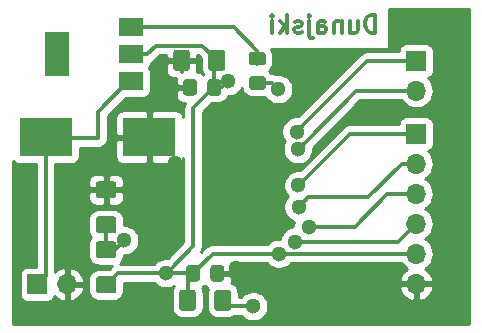
<source format=gbr>
G04 #@! TF.GenerationSoftware,KiCad,Pcbnew,(5.0.2)-1*
G04 #@! TF.CreationDate,2019-10-30T16:47:08+01:00*
G04 #@! TF.ProjectId,pcb_thesis,7063625f-7468-4657-9369-732e6b696361,rev?*
G04 #@! TF.SameCoordinates,Original*
G04 #@! TF.FileFunction,Copper,L2,Bot*
G04 #@! TF.FilePolarity,Positive*
%FSLAX46Y46*%
G04 Gerber Fmt 4.6, Leading zero omitted, Abs format (unit mm)*
G04 Created by KiCad (PCBNEW (5.0.2)-1) date 30.10.2019 16:47:08*
%MOMM*%
%LPD*%
G01*
G04 APERTURE LIST*
G04 #@! TA.AperFunction,NonConductor*
%ADD10C,0.300000*%
G04 #@! TD*
G04 #@! TA.AperFunction,Conductor*
%ADD11C,0.100000*%
G04 #@! TD*
G04 #@! TA.AperFunction,SMDPad,CuDef*
%ADD12C,1.150000*%
G04 #@! TD*
G04 #@! TA.AperFunction,SMDPad,CuDef*
%ADD13C,1.425000*%
G04 #@! TD*
G04 #@! TA.AperFunction,SMDPad,CuDef*
%ADD14R,4.500000X3.300000*%
G04 #@! TD*
G04 #@! TA.AperFunction,ComponentPad*
%ADD15R,1.700000X1.700000*%
G04 #@! TD*
G04 #@! TA.AperFunction,ComponentPad*
%ADD16O,1.700000X1.700000*%
G04 #@! TD*
G04 #@! TA.AperFunction,SMDPad,CuDef*
%ADD17R,2.000000X3.800000*%
G04 #@! TD*
G04 #@! TA.AperFunction,SMDPad,CuDef*
%ADD18R,2.000000X1.500000*%
G04 #@! TD*
G04 #@! TA.AperFunction,ViaPad*
%ADD19C,1.300000*%
G04 #@! TD*
G04 #@! TA.AperFunction,Conductor*
%ADD20C,0.350000*%
G04 #@! TD*
G04 #@! TA.AperFunction,Conductor*
%ADD21C,0.254000*%
G04 #@! TD*
G04 APERTURE END LIST*
D10*
X154357142Y-62678571D02*
X154357142Y-61178571D01*
X154000000Y-61178571D01*
X153785714Y-61250000D01*
X153642857Y-61392857D01*
X153571428Y-61535714D01*
X153500000Y-61821428D01*
X153500000Y-62035714D01*
X153571428Y-62321428D01*
X153642857Y-62464285D01*
X153785714Y-62607142D01*
X154000000Y-62678571D01*
X154357142Y-62678571D01*
X152214285Y-61678571D02*
X152214285Y-62678571D01*
X152857142Y-61678571D02*
X152857142Y-62464285D01*
X152785714Y-62607142D01*
X152642857Y-62678571D01*
X152428571Y-62678571D01*
X152285714Y-62607142D01*
X152214285Y-62535714D01*
X151500000Y-61678571D02*
X151500000Y-62678571D01*
X151500000Y-61821428D02*
X151428571Y-61750000D01*
X151285714Y-61678571D01*
X151071428Y-61678571D01*
X150928571Y-61750000D01*
X150857142Y-61892857D01*
X150857142Y-62678571D01*
X149500000Y-62678571D02*
X149500000Y-61892857D01*
X149571428Y-61750000D01*
X149714285Y-61678571D01*
X150000000Y-61678571D01*
X150142857Y-61750000D01*
X149500000Y-62607142D02*
X149642857Y-62678571D01*
X150000000Y-62678571D01*
X150142857Y-62607142D01*
X150214285Y-62464285D01*
X150214285Y-62321428D01*
X150142857Y-62178571D01*
X150000000Y-62107142D01*
X149642857Y-62107142D01*
X149500000Y-62035714D01*
X148785714Y-61678571D02*
X148785714Y-62964285D01*
X148857142Y-63107142D01*
X149000000Y-63178571D01*
X149071428Y-63178571D01*
X148785714Y-61178571D02*
X148857142Y-61250000D01*
X148785714Y-61321428D01*
X148714285Y-61250000D01*
X148785714Y-61178571D01*
X148785714Y-61321428D01*
X148142857Y-62607142D02*
X148000000Y-62678571D01*
X147714285Y-62678571D01*
X147571428Y-62607142D01*
X147500000Y-62464285D01*
X147500000Y-62392857D01*
X147571428Y-62250000D01*
X147714285Y-62178571D01*
X147928571Y-62178571D01*
X148071428Y-62107142D01*
X148142857Y-61964285D01*
X148142857Y-61892857D01*
X148071428Y-61750000D01*
X147928571Y-61678571D01*
X147714285Y-61678571D01*
X147571428Y-61750000D01*
X146857142Y-62678571D02*
X146857142Y-61178571D01*
X146714285Y-62107142D02*
X146285714Y-62678571D01*
X146285714Y-61678571D02*
X146857142Y-62250000D01*
X145642857Y-62678571D02*
X145642857Y-61678571D01*
X145642857Y-61178571D02*
X145714285Y-61250000D01*
X145642857Y-61321428D01*
X145571428Y-61250000D01*
X145642857Y-61178571D01*
X145642857Y-61321428D01*
D11*
G04 #@! TO.N,VCC*
G04 #@! TO.C,C5*
G36*
X141074505Y-66611204D02*
X141098773Y-66614804D01*
X141122572Y-66620765D01*
X141145671Y-66629030D01*
X141167850Y-66639520D01*
X141188893Y-66652132D01*
X141208599Y-66666747D01*
X141226777Y-66683223D01*
X141243253Y-66701401D01*
X141257868Y-66721107D01*
X141270480Y-66742150D01*
X141280970Y-66764329D01*
X141289235Y-66787428D01*
X141295196Y-66811227D01*
X141298796Y-66835495D01*
X141300000Y-66859999D01*
X141300000Y-67760001D01*
X141298796Y-67784505D01*
X141295196Y-67808773D01*
X141289235Y-67832572D01*
X141280970Y-67855671D01*
X141270480Y-67877850D01*
X141257868Y-67898893D01*
X141243253Y-67918599D01*
X141226777Y-67936777D01*
X141208599Y-67953253D01*
X141188893Y-67967868D01*
X141167850Y-67980480D01*
X141145671Y-67990970D01*
X141122572Y-67999235D01*
X141098773Y-68005196D01*
X141074505Y-68008796D01*
X141050001Y-68010000D01*
X140399999Y-68010000D01*
X140375495Y-68008796D01*
X140351227Y-68005196D01*
X140327428Y-67999235D01*
X140304329Y-67990970D01*
X140282150Y-67980480D01*
X140261107Y-67967868D01*
X140241401Y-67953253D01*
X140223223Y-67936777D01*
X140206747Y-67918599D01*
X140192132Y-67898893D01*
X140179520Y-67877850D01*
X140169030Y-67855671D01*
X140160765Y-67832572D01*
X140154804Y-67808773D01*
X140151204Y-67784505D01*
X140150000Y-67760001D01*
X140150000Y-66859999D01*
X140151204Y-66835495D01*
X140154804Y-66811227D01*
X140160765Y-66787428D01*
X140169030Y-66764329D01*
X140179520Y-66742150D01*
X140192132Y-66721107D01*
X140206747Y-66701401D01*
X140223223Y-66683223D01*
X140241401Y-66666747D01*
X140261107Y-66652132D01*
X140282150Y-66639520D01*
X140304329Y-66629030D01*
X140327428Y-66620765D01*
X140351227Y-66614804D01*
X140375495Y-66611204D01*
X140399999Y-66610000D01*
X141050001Y-66610000D01*
X141074505Y-66611204D01*
X141074505Y-66611204D01*
G37*
D12*
G04 #@! TD*
G04 #@! TO.P,C5,2*
G04 #@! TO.N,VCC*
X140725000Y-67310000D03*
D11*
G04 #@! TO.N,GND*
G04 #@! TO.C,C5*
G36*
X139024505Y-66611204D02*
X139048773Y-66614804D01*
X139072572Y-66620765D01*
X139095671Y-66629030D01*
X139117850Y-66639520D01*
X139138893Y-66652132D01*
X139158599Y-66666747D01*
X139176777Y-66683223D01*
X139193253Y-66701401D01*
X139207868Y-66721107D01*
X139220480Y-66742150D01*
X139230970Y-66764329D01*
X139239235Y-66787428D01*
X139245196Y-66811227D01*
X139248796Y-66835495D01*
X139250000Y-66859999D01*
X139250000Y-67760001D01*
X139248796Y-67784505D01*
X139245196Y-67808773D01*
X139239235Y-67832572D01*
X139230970Y-67855671D01*
X139220480Y-67877850D01*
X139207868Y-67898893D01*
X139193253Y-67918599D01*
X139176777Y-67936777D01*
X139158599Y-67953253D01*
X139138893Y-67967868D01*
X139117850Y-67980480D01*
X139095671Y-67990970D01*
X139072572Y-67999235D01*
X139048773Y-68005196D01*
X139024505Y-68008796D01*
X139000001Y-68010000D01*
X138349999Y-68010000D01*
X138325495Y-68008796D01*
X138301227Y-68005196D01*
X138277428Y-67999235D01*
X138254329Y-67990970D01*
X138232150Y-67980480D01*
X138211107Y-67967868D01*
X138191401Y-67953253D01*
X138173223Y-67936777D01*
X138156747Y-67918599D01*
X138142132Y-67898893D01*
X138129520Y-67877850D01*
X138119030Y-67855671D01*
X138110765Y-67832572D01*
X138104804Y-67808773D01*
X138101204Y-67784505D01*
X138100000Y-67760001D01*
X138100000Y-66859999D01*
X138101204Y-66835495D01*
X138104804Y-66811227D01*
X138110765Y-66787428D01*
X138119030Y-66764329D01*
X138129520Y-66742150D01*
X138142132Y-66721107D01*
X138156747Y-66701401D01*
X138173223Y-66683223D01*
X138191401Y-66666747D01*
X138211107Y-66652132D01*
X138232150Y-66639520D01*
X138254329Y-66629030D01*
X138277428Y-66620765D01*
X138301227Y-66614804D01*
X138325495Y-66611204D01*
X138349999Y-66610000D01*
X139000001Y-66610000D01*
X139024505Y-66611204D01*
X139024505Y-66611204D01*
G37*
D12*
G04 #@! TD*
G04 #@! TO.P,C5,1*
G04 #@! TO.N,GND*
X138675000Y-67310000D03*
D11*
G04 #@! TO.N,GND*
G04 #@! TO.C,C3*
G36*
X138445504Y-64150204D02*
X138469773Y-64153804D01*
X138493571Y-64159765D01*
X138516671Y-64168030D01*
X138538849Y-64178520D01*
X138559893Y-64191133D01*
X138579598Y-64205747D01*
X138597777Y-64222223D01*
X138614253Y-64240402D01*
X138628867Y-64260107D01*
X138641480Y-64281151D01*
X138651970Y-64303329D01*
X138660235Y-64326429D01*
X138666196Y-64350227D01*
X138669796Y-64374496D01*
X138671000Y-64399000D01*
X138671000Y-65649000D01*
X138669796Y-65673504D01*
X138666196Y-65697773D01*
X138660235Y-65721571D01*
X138651970Y-65744671D01*
X138641480Y-65766849D01*
X138628867Y-65787893D01*
X138614253Y-65807598D01*
X138597777Y-65825777D01*
X138579598Y-65842253D01*
X138559893Y-65856867D01*
X138538849Y-65869480D01*
X138516671Y-65879970D01*
X138493571Y-65888235D01*
X138469773Y-65894196D01*
X138445504Y-65897796D01*
X138421000Y-65899000D01*
X137496000Y-65899000D01*
X137471496Y-65897796D01*
X137447227Y-65894196D01*
X137423429Y-65888235D01*
X137400329Y-65879970D01*
X137378151Y-65869480D01*
X137357107Y-65856867D01*
X137337402Y-65842253D01*
X137319223Y-65825777D01*
X137302747Y-65807598D01*
X137288133Y-65787893D01*
X137275520Y-65766849D01*
X137265030Y-65744671D01*
X137256765Y-65721571D01*
X137250804Y-65697773D01*
X137247204Y-65673504D01*
X137246000Y-65649000D01*
X137246000Y-64399000D01*
X137247204Y-64374496D01*
X137250804Y-64350227D01*
X137256765Y-64326429D01*
X137265030Y-64303329D01*
X137275520Y-64281151D01*
X137288133Y-64260107D01*
X137302747Y-64240402D01*
X137319223Y-64222223D01*
X137337402Y-64205747D01*
X137357107Y-64191133D01*
X137378151Y-64178520D01*
X137400329Y-64168030D01*
X137423429Y-64159765D01*
X137447227Y-64153804D01*
X137471496Y-64150204D01*
X137496000Y-64149000D01*
X138421000Y-64149000D01*
X138445504Y-64150204D01*
X138445504Y-64150204D01*
G37*
D13*
G04 #@! TD*
G04 #@! TO.P,C3,2*
G04 #@! TO.N,GND*
X137958500Y-65024000D03*
D11*
G04 #@! TO.N,VCC*
G04 #@! TO.C,C3*
G36*
X141420504Y-64150204D02*
X141444773Y-64153804D01*
X141468571Y-64159765D01*
X141491671Y-64168030D01*
X141513849Y-64178520D01*
X141534893Y-64191133D01*
X141554598Y-64205747D01*
X141572777Y-64222223D01*
X141589253Y-64240402D01*
X141603867Y-64260107D01*
X141616480Y-64281151D01*
X141626970Y-64303329D01*
X141635235Y-64326429D01*
X141641196Y-64350227D01*
X141644796Y-64374496D01*
X141646000Y-64399000D01*
X141646000Y-65649000D01*
X141644796Y-65673504D01*
X141641196Y-65697773D01*
X141635235Y-65721571D01*
X141626970Y-65744671D01*
X141616480Y-65766849D01*
X141603867Y-65787893D01*
X141589253Y-65807598D01*
X141572777Y-65825777D01*
X141554598Y-65842253D01*
X141534893Y-65856867D01*
X141513849Y-65869480D01*
X141491671Y-65879970D01*
X141468571Y-65888235D01*
X141444773Y-65894196D01*
X141420504Y-65897796D01*
X141396000Y-65899000D01*
X140471000Y-65899000D01*
X140446496Y-65897796D01*
X140422227Y-65894196D01*
X140398429Y-65888235D01*
X140375329Y-65879970D01*
X140353151Y-65869480D01*
X140332107Y-65856867D01*
X140312402Y-65842253D01*
X140294223Y-65825777D01*
X140277747Y-65807598D01*
X140263133Y-65787893D01*
X140250520Y-65766849D01*
X140240030Y-65744671D01*
X140231765Y-65721571D01*
X140225804Y-65697773D01*
X140222204Y-65673504D01*
X140221000Y-65649000D01*
X140221000Y-64399000D01*
X140222204Y-64374496D01*
X140225804Y-64350227D01*
X140231765Y-64326429D01*
X140240030Y-64303329D01*
X140250520Y-64281151D01*
X140263133Y-64260107D01*
X140277747Y-64240402D01*
X140294223Y-64222223D01*
X140312402Y-64205747D01*
X140332107Y-64191133D01*
X140353151Y-64178520D01*
X140375329Y-64168030D01*
X140398429Y-64159765D01*
X140422227Y-64153804D01*
X140446496Y-64150204D01*
X140471000Y-64149000D01*
X141396000Y-64149000D01*
X141420504Y-64150204D01*
X141420504Y-64150204D01*
G37*
D13*
G04 #@! TD*
G04 #@! TO.P,C3,1*
G04 #@! TO.N,VCC*
X140933500Y-65024000D03*
D11*
G04 #@! TO.N,GND*
G04 #@! TO.C,C4*
G36*
X141328505Y-82359204D02*
X141352773Y-82362804D01*
X141376572Y-82368765D01*
X141399671Y-82377030D01*
X141421850Y-82387520D01*
X141442893Y-82400132D01*
X141462599Y-82414747D01*
X141480777Y-82431223D01*
X141497253Y-82449401D01*
X141511868Y-82469107D01*
X141524480Y-82490150D01*
X141534970Y-82512329D01*
X141543235Y-82535428D01*
X141549196Y-82559227D01*
X141552796Y-82583495D01*
X141554000Y-82607999D01*
X141554000Y-83508001D01*
X141552796Y-83532505D01*
X141549196Y-83556773D01*
X141543235Y-83580572D01*
X141534970Y-83603671D01*
X141524480Y-83625850D01*
X141511868Y-83646893D01*
X141497253Y-83666599D01*
X141480777Y-83684777D01*
X141462599Y-83701253D01*
X141442893Y-83715868D01*
X141421850Y-83728480D01*
X141399671Y-83738970D01*
X141376572Y-83747235D01*
X141352773Y-83753196D01*
X141328505Y-83756796D01*
X141304001Y-83758000D01*
X140653999Y-83758000D01*
X140629495Y-83756796D01*
X140605227Y-83753196D01*
X140581428Y-83747235D01*
X140558329Y-83738970D01*
X140536150Y-83728480D01*
X140515107Y-83715868D01*
X140495401Y-83701253D01*
X140477223Y-83684777D01*
X140460747Y-83666599D01*
X140446132Y-83646893D01*
X140433520Y-83625850D01*
X140423030Y-83603671D01*
X140414765Y-83580572D01*
X140408804Y-83556773D01*
X140405204Y-83532505D01*
X140404000Y-83508001D01*
X140404000Y-82607999D01*
X140405204Y-82583495D01*
X140408804Y-82559227D01*
X140414765Y-82535428D01*
X140423030Y-82512329D01*
X140433520Y-82490150D01*
X140446132Y-82469107D01*
X140460747Y-82449401D01*
X140477223Y-82431223D01*
X140495401Y-82414747D01*
X140515107Y-82400132D01*
X140536150Y-82387520D01*
X140558329Y-82377030D01*
X140581428Y-82368765D01*
X140605227Y-82362804D01*
X140629495Y-82359204D01*
X140653999Y-82358000D01*
X141304001Y-82358000D01*
X141328505Y-82359204D01*
X141328505Y-82359204D01*
G37*
D12*
G04 #@! TD*
G04 #@! TO.P,C4,1*
G04 #@! TO.N,GND*
X140979000Y-83058000D03*
D11*
G04 #@! TO.N,VCC*
G04 #@! TO.C,C4*
G36*
X139278505Y-82359204D02*
X139302773Y-82362804D01*
X139326572Y-82368765D01*
X139349671Y-82377030D01*
X139371850Y-82387520D01*
X139392893Y-82400132D01*
X139412599Y-82414747D01*
X139430777Y-82431223D01*
X139447253Y-82449401D01*
X139461868Y-82469107D01*
X139474480Y-82490150D01*
X139484970Y-82512329D01*
X139493235Y-82535428D01*
X139499196Y-82559227D01*
X139502796Y-82583495D01*
X139504000Y-82607999D01*
X139504000Y-83508001D01*
X139502796Y-83532505D01*
X139499196Y-83556773D01*
X139493235Y-83580572D01*
X139484970Y-83603671D01*
X139474480Y-83625850D01*
X139461868Y-83646893D01*
X139447253Y-83666599D01*
X139430777Y-83684777D01*
X139412599Y-83701253D01*
X139392893Y-83715868D01*
X139371850Y-83728480D01*
X139349671Y-83738970D01*
X139326572Y-83747235D01*
X139302773Y-83753196D01*
X139278505Y-83756796D01*
X139254001Y-83758000D01*
X138603999Y-83758000D01*
X138579495Y-83756796D01*
X138555227Y-83753196D01*
X138531428Y-83747235D01*
X138508329Y-83738970D01*
X138486150Y-83728480D01*
X138465107Y-83715868D01*
X138445401Y-83701253D01*
X138427223Y-83684777D01*
X138410747Y-83666599D01*
X138396132Y-83646893D01*
X138383520Y-83625850D01*
X138373030Y-83603671D01*
X138364765Y-83580572D01*
X138358804Y-83556773D01*
X138355204Y-83532505D01*
X138354000Y-83508001D01*
X138354000Y-82607999D01*
X138355204Y-82583495D01*
X138358804Y-82559227D01*
X138364765Y-82535428D01*
X138373030Y-82512329D01*
X138383520Y-82490150D01*
X138396132Y-82469107D01*
X138410747Y-82449401D01*
X138427223Y-82431223D01*
X138445401Y-82414747D01*
X138465107Y-82400132D01*
X138486150Y-82387520D01*
X138508329Y-82377030D01*
X138531428Y-82368765D01*
X138555227Y-82362804D01*
X138579495Y-82359204D01*
X138603999Y-82358000D01*
X139254001Y-82358000D01*
X139278505Y-82359204D01*
X139278505Y-82359204D01*
G37*
D12*
G04 #@! TD*
G04 #@! TO.P,C4,2*
G04 #@! TO.N,VCC*
X138929000Y-83058000D03*
D14*
G04 #@! TO.P,D5,1*
G04 #@! TO.N,Net-(D5-Pad1)*
X126440000Y-71540000D03*
G04 #@! TO.P,D5,2*
G04 #@! TO.N,GND*
X135240000Y-71540000D03*
G04 #@! TD*
D15*
G04 #@! TO.P,J1,1*
G04 #@! TO.N,/~RESET*
X157820000Y-71250000D03*
D16*
G04 #@! TO.P,J1,2*
G04 #@! TO.N,Net-(J1-Pad2)*
X157820000Y-73790000D03*
G04 #@! TO.P,J1,3*
G04 #@! TO.N,Net-(J1-Pad3)*
X157820000Y-76330000D03*
G04 #@! TO.P,J1,4*
G04 #@! TO.N,Net-(J1-Pad4)*
X157820000Y-78870000D03*
G04 #@! TO.P,J1,5*
G04 #@! TO.N,VCC*
X157820000Y-81410000D03*
G04 #@! TO.P,J1,6*
G04 #@! TO.N,GND*
X157820000Y-83950000D03*
G04 #@! TD*
G04 #@! TO.P,J2,2*
G04 #@! TO.N,Net-(J2-Pad2)*
X157820000Y-67610000D03*
D15*
G04 #@! TO.P,J2,1*
G04 #@! TO.N,Net-(J2-Pad1)*
X157820000Y-65070000D03*
G04 #@! TD*
G04 #@! TO.P,J3,1*
G04 #@! TO.N,Net-(D5-Pad1)*
X125730000Y-84000000D03*
D16*
G04 #@! TO.P,J3,2*
G04 #@! TO.N,GND*
X128270000Y-84000000D03*
G04 #@! TD*
D17*
G04 #@! TO.P,Q1,4*
G04 #@! TO.N,N/C*
X127406000Y-64516000D03*
D18*
G04 #@! TO.P,Q1,2*
G04 #@! TO.N,VCC*
X133706000Y-64516000D03*
G04 #@! TO.P,Q1,3*
G04 #@! TO.N,Net-(D5-Pad1)*
X133706000Y-66816000D03*
G04 #@! TO.P,Q1,1*
G04 #@! TO.N,Net-(Q1-Pad1)*
X133706000Y-62216000D03*
G04 #@! TD*
D11*
G04 #@! TO.N,VCC*
G04 #@! TO.C,R1*
G36*
X138953504Y-84470204D02*
X138977773Y-84473804D01*
X139001571Y-84479765D01*
X139024671Y-84488030D01*
X139046849Y-84498520D01*
X139067893Y-84511133D01*
X139087598Y-84525747D01*
X139105777Y-84542223D01*
X139122253Y-84560402D01*
X139136867Y-84580107D01*
X139149480Y-84601151D01*
X139159970Y-84623329D01*
X139168235Y-84646429D01*
X139174196Y-84670227D01*
X139177796Y-84694496D01*
X139179000Y-84719000D01*
X139179000Y-85969000D01*
X139177796Y-85993504D01*
X139174196Y-86017773D01*
X139168235Y-86041571D01*
X139159970Y-86064671D01*
X139149480Y-86086849D01*
X139136867Y-86107893D01*
X139122253Y-86127598D01*
X139105777Y-86145777D01*
X139087598Y-86162253D01*
X139067893Y-86176867D01*
X139046849Y-86189480D01*
X139024671Y-86199970D01*
X139001571Y-86208235D01*
X138977773Y-86214196D01*
X138953504Y-86217796D01*
X138929000Y-86219000D01*
X138004000Y-86219000D01*
X137979496Y-86217796D01*
X137955227Y-86214196D01*
X137931429Y-86208235D01*
X137908329Y-86199970D01*
X137886151Y-86189480D01*
X137865107Y-86176867D01*
X137845402Y-86162253D01*
X137827223Y-86145777D01*
X137810747Y-86127598D01*
X137796133Y-86107893D01*
X137783520Y-86086849D01*
X137773030Y-86064671D01*
X137764765Y-86041571D01*
X137758804Y-86017773D01*
X137755204Y-85993504D01*
X137754000Y-85969000D01*
X137754000Y-84719000D01*
X137755204Y-84694496D01*
X137758804Y-84670227D01*
X137764765Y-84646429D01*
X137773030Y-84623329D01*
X137783520Y-84601151D01*
X137796133Y-84580107D01*
X137810747Y-84560402D01*
X137827223Y-84542223D01*
X137845402Y-84525747D01*
X137865107Y-84511133D01*
X137886151Y-84498520D01*
X137908329Y-84488030D01*
X137931429Y-84479765D01*
X137955227Y-84473804D01*
X137979496Y-84470204D01*
X138004000Y-84469000D01*
X138929000Y-84469000D01*
X138953504Y-84470204D01*
X138953504Y-84470204D01*
G37*
D13*
G04 #@! TD*
G04 #@! TO.P,R1,1*
G04 #@! TO.N,VCC*
X138466500Y-85344000D03*
D11*
G04 #@! TO.N,/~RESET*
G04 #@! TO.C,R1*
G36*
X141928504Y-84470204D02*
X141952773Y-84473804D01*
X141976571Y-84479765D01*
X141999671Y-84488030D01*
X142021849Y-84498520D01*
X142042893Y-84511133D01*
X142062598Y-84525747D01*
X142080777Y-84542223D01*
X142097253Y-84560402D01*
X142111867Y-84580107D01*
X142124480Y-84601151D01*
X142134970Y-84623329D01*
X142143235Y-84646429D01*
X142149196Y-84670227D01*
X142152796Y-84694496D01*
X142154000Y-84719000D01*
X142154000Y-85969000D01*
X142152796Y-85993504D01*
X142149196Y-86017773D01*
X142143235Y-86041571D01*
X142134970Y-86064671D01*
X142124480Y-86086849D01*
X142111867Y-86107893D01*
X142097253Y-86127598D01*
X142080777Y-86145777D01*
X142062598Y-86162253D01*
X142042893Y-86176867D01*
X142021849Y-86189480D01*
X141999671Y-86199970D01*
X141976571Y-86208235D01*
X141952773Y-86214196D01*
X141928504Y-86217796D01*
X141904000Y-86219000D01*
X140979000Y-86219000D01*
X140954496Y-86217796D01*
X140930227Y-86214196D01*
X140906429Y-86208235D01*
X140883329Y-86199970D01*
X140861151Y-86189480D01*
X140840107Y-86176867D01*
X140820402Y-86162253D01*
X140802223Y-86145777D01*
X140785747Y-86127598D01*
X140771133Y-86107893D01*
X140758520Y-86086849D01*
X140748030Y-86064671D01*
X140739765Y-86041571D01*
X140733804Y-86017773D01*
X140730204Y-85993504D01*
X140729000Y-85969000D01*
X140729000Y-84719000D01*
X140730204Y-84694496D01*
X140733804Y-84670227D01*
X140739765Y-84646429D01*
X140748030Y-84623329D01*
X140758520Y-84601151D01*
X140771133Y-84580107D01*
X140785747Y-84560402D01*
X140802223Y-84542223D01*
X140820402Y-84525747D01*
X140840107Y-84511133D01*
X140861151Y-84498520D01*
X140883329Y-84488030D01*
X140906429Y-84479765D01*
X140930227Y-84473804D01*
X140954496Y-84470204D01*
X140979000Y-84469000D01*
X141904000Y-84469000D01*
X141928504Y-84470204D01*
X141928504Y-84470204D01*
G37*
D13*
G04 #@! TD*
G04 #@! TO.P,R1,2*
G04 #@! TO.N,/~RESET*
X141441500Y-85344000D03*
D11*
G04 #@! TO.N,/PWM_M*
G04 #@! TO.C,R4*
G36*
X144854505Y-66361204D02*
X144878773Y-66364804D01*
X144902572Y-66370765D01*
X144925671Y-66379030D01*
X144947850Y-66389520D01*
X144968893Y-66402132D01*
X144988599Y-66416747D01*
X145006777Y-66433223D01*
X145023253Y-66451401D01*
X145037868Y-66471107D01*
X145050480Y-66492150D01*
X145060970Y-66514329D01*
X145069235Y-66537428D01*
X145075196Y-66561227D01*
X145078796Y-66585495D01*
X145080000Y-66609999D01*
X145080000Y-67260001D01*
X145078796Y-67284505D01*
X145075196Y-67308773D01*
X145069235Y-67332572D01*
X145060970Y-67355671D01*
X145050480Y-67377850D01*
X145037868Y-67398893D01*
X145023253Y-67418599D01*
X145006777Y-67436777D01*
X144988599Y-67453253D01*
X144968893Y-67467868D01*
X144947850Y-67480480D01*
X144925671Y-67490970D01*
X144902572Y-67499235D01*
X144878773Y-67505196D01*
X144854505Y-67508796D01*
X144830001Y-67510000D01*
X143929999Y-67510000D01*
X143905495Y-67508796D01*
X143881227Y-67505196D01*
X143857428Y-67499235D01*
X143834329Y-67490970D01*
X143812150Y-67480480D01*
X143791107Y-67467868D01*
X143771401Y-67453253D01*
X143753223Y-67436777D01*
X143736747Y-67418599D01*
X143722132Y-67398893D01*
X143709520Y-67377850D01*
X143699030Y-67355671D01*
X143690765Y-67332572D01*
X143684804Y-67308773D01*
X143681204Y-67284505D01*
X143680000Y-67260001D01*
X143680000Y-66609999D01*
X143681204Y-66585495D01*
X143684804Y-66561227D01*
X143690765Y-66537428D01*
X143699030Y-66514329D01*
X143709520Y-66492150D01*
X143722132Y-66471107D01*
X143736747Y-66451401D01*
X143753223Y-66433223D01*
X143771401Y-66416747D01*
X143791107Y-66402132D01*
X143812150Y-66389520D01*
X143834329Y-66379030D01*
X143857428Y-66370765D01*
X143881227Y-66364804D01*
X143905495Y-66361204D01*
X143929999Y-66360000D01*
X144830001Y-66360000D01*
X144854505Y-66361204D01*
X144854505Y-66361204D01*
G37*
D12*
G04 #@! TD*
G04 #@! TO.P,R4,2*
G04 #@! TO.N,/PWM_M*
X144380000Y-66935000D03*
D11*
G04 #@! TO.N,Net-(Q1-Pad1)*
G04 #@! TO.C,R4*
G36*
X144854505Y-64311204D02*
X144878773Y-64314804D01*
X144902572Y-64320765D01*
X144925671Y-64329030D01*
X144947850Y-64339520D01*
X144968893Y-64352132D01*
X144988599Y-64366747D01*
X145006777Y-64383223D01*
X145023253Y-64401401D01*
X145037868Y-64421107D01*
X145050480Y-64442150D01*
X145060970Y-64464329D01*
X145069235Y-64487428D01*
X145075196Y-64511227D01*
X145078796Y-64535495D01*
X145080000Y-64559999D01*
X145080000Y-65210001D01*
X145078796Y-65234505D01*
X145075196Y-65258773D01*
X145069235Y-65282572D01*
X145060970Y-65305671D01*
X145050480Y-65327850D01*
X145037868Y-65348893D01*
X145023253Y-65368599D01*
X145006777Y-65386777D01*
X144988599Y-65403253D01*
X144968893Y-65417868D01*
X144947850Y-65430480D01*
X144925671Y-65440970D01*
X144902572Y-65449235D01*
X144878773Y-65455196D01*
X144854505Y-65458796D01*
X144830001Y-65460000D01*
X143929999Y-65460000D01*
X143905495Y-65458796D01*
X143881227Y-65455196D01*
X143857428Y-65449235D01*
X143834329Y-65440970D01*
X143812150Y-65430480D01*
X143791107Y-65417868D01*
X143771401Y-65403253D01*
X143753223Y-65386777D01*
X143736747Y-65368599D01*
X143722132Y-65348893D01*
X143709520Y-65327850D01*
X143699030Y-65305671D01*
X143690765Y-65282572D01*
X143684804Y-65258773D01*
X143681204Y-65234505D01*
X143680000Y-65210001D01*
X143680000Y-64559999D01*
X143681204Y-64535495D01*
X143684804Y-64511227D01*
X143690765Y-64487428D01*
X143699030Y-64464329D01*
X143709520Y-64442150D01*
X143722132Y-64421107D01*
X143736747Y-64401401D01*
X143753223Y-64383223D01*
X143771401Y-64366747D01*
X143791107Y-64352132D01*
X143812150Y-64339520D01*
X143834329Y-64329030D01*
X143857428Y-64320765D01*
X143881227Y-64314804D01*
X143905495Y-64311204D01*
X143929999Y-64310000D01*
X144830001Y-64310000D01*
X144854505Y-64311204D01*
X144854505Y-64311204D01*
G37*
D12*
G04 #@! TD*
G04 #@! TO.P,R4,1*
G04 #@! TO.N,Net-(Q1-Pad1)*
X144380000Y-64885000D03*
D11*
G04 #@! TO.N,/VCC_half*
G04 #@! TO.C,R5*
G36*
X132221504Y-80351204D02*
X132245773Y-80354804D01*
X132269571Y-80360765D01*
X132292671Y-80369030D01*
X132314849Y-80379520D01*
X132335893Y-80392133D01*
X132355598Y-80406747D01*
X132373777Y-80423223D01*
X132390253Y-80441402D01*
X132404867Y-80461107D01*
X132417480Y-80482151D01*
X132427970Y-80504329D01*
X132436235Y-80527429D01*
X132442196Y-80551227D01*
X132445796Y-80575496D01*
X132447000Y-80600000D01*
X132447000Y-81525000D01*
X132445796Y-81549504D01*
X132442196Y-81573773D01*
X132436235Y-81597571D01*
X132427970Y-81620671D01*
X132417480Y-81642849D01*
X132404867Y-81663893D01*
X132390253Y-81683598D01*
X132373777Y-81701777D01*
X132355598Y-81718253D01*
X132335893Y-81732867D01*
X132314849Y-81745480D01*
X132292671Y-81755970D01*
X132269571Y-81764235D01*
X132245773Y-81770196D01*
X132221504Y-81773796D01*
X132197000Y-81775000D01*
X130947000Y-81775000D01*
X130922496Y-81773796D01*
X130898227Y-81770196D01*
X130874429Y-81764235D01*
X130851329Y-81755970D01*
X130829151Y-81745480D01*
X130808107Y-81732867D01*
X130788402Y-81718253D01*
X130770223Y-81701777D01*
X130753747Y-81683598D01*
X130739133Y-81663893D01*
X130726520Y-81642849D01*
X130716030Y-81620671D01*
X130707765Y-81597571D01*
X130701804Y-81573773D01*
X130698204Y-81549504D01*
X130697000Y-81525000D01*
X130697000Y-80600000D01*
X130698204Y-80575496D01*
X130701804Y-80551227D01*
X130707765Y-80527429D01*
X130716030Y-80504329D01*
X130726520Y-80482151D01*
X130739133Y-80461107D01*
X130753747Y-80441402D01*
X130770223Y-80423223D01*
X130788402Y-80406747D01*
X130808107Y-80392133D01*
X130829151Y-80379520D01*
X130851329Y-80369030D01*
X130874429Y-80360765D01*
X130898227Y-80354804D01*
X130922496Y-80351204D01*
X130947000Y-80350000D01*
X132197000Y-80350000D01*
X132221504Y-80351204D01*
X132221504Y-80351204D01*
G37*
D13*
G04 #@! TD*
G04 #@! TO.P,R5,2*
G04 #@! TO.N,/VCC_half*
X131572000Y-81062500D03*
D11*
G04 #@! TO.N,VCC*
G04 #@! TO.C,R5*
G36*
X132221504Y-83326204D02*
X132245773Y-83329804D01*
X132269571Y-83335765D01*
X132292671Y-83344030D01*
X132314849Y-83354520D01*
X132335893Y-83367133D01*
X132355598Y-83381747D01*
X132373777Y-83398223D01*
X132390253Y-83416402D01*
X132404867Y-83436107D01*
X132417480Y-83457151D01*
X132427970Y-83479329D01*
X132436235Y-83502429D01*
X132442196Y-83526227D01*
X132445796Y-83550496D01*
X132447000Y-83575000D01*
X132447000Y-84500000D01*
X132445796Y-84524504D01*
X132442196Y-84548773D01*
X132436235Y-84572571D01*
X132427970Y-84595671D01*
X132417480Y-84617849D01*
X132404867Y-84638893D01*
X132390253Y-84658598D01*
X132373777Y-84676777D01*
X132355598Y-84693253D01*
X132335893Y-84707867D01*
X132314849Y-84720480D01*
X132292671Y-84730970D01*
X132269571Y-84739235D01*
X132245773Y-84745196D01*
X132221504Y-84748796D01*
X132197000Y-84750000D01*
X130947000Y-84750000D01*
X130922496Y-84748796D01*
X130898227Y-84745196D01*
X130874429Y-84739235D01*
X130851329Y-84730970D01*
X130829151Y-84720480D01*
X130808107Y-84707867D01*
X130788402Y-84693253D01*
X130770223Y-84676777D01*
X130753747Y-84658598D01*
X130739133Y-84638893D01*
X130726520Y-84617849D01*
X130716030Y-84595671D01*
X130707765Y-84572571D01*
X130701804Y-84548773D01*
X130698204Y-84524504D01*
X130697000Y-84500000D01*
X130697000Y-83575000D01*
X130698204Y-83550496D01*
X130701804Y-83526227D01*
X130707765Y-83502429D01*
X130716030Y-83479329D01*
X130726520Y-83457151D01*
X130739133Y-83436107D01*
X130753747Y-83416402D01*
X130770223Y-83398223D01*
X130788402Y-83381747D01*
X130808107Y-83367133D01*
X130829151Y-83354520D01*
X130851329Y-83344030D01*
X130874429Y-83335765D01*
X130898227Y-83329804D01*
X130922496Y-83326204D01*
X130947000Y-83325000D01*
X132197000Y-83325000D01*
X132221504Y-83326204D01*
X132221504Y-83326204D01*
G37*
D13*
G04 #@! TD*
G04 #@! TO.P,R5,1*
G04 #@! TO.N,VCC*
X131572000Y-84037500D03*
D11*
G04 #@! TO.N,/VCC_half*
G04 #@! TO.C,R6*
G36*
X132221504Y-78246204D02*
X132245773Y-78249804D01*
X132269571Y-78255765D01*
X132292671Y-78264030D01*
X132314849Y-78274520D01*
X132335893Y-78287133D01*
X132355598Y-78301747D01*
X132373777Y-78318223D01*
X132390253Y-78336402D01*
X132404867Y-78356107D01*
X132417480Y-78377151D01*
X132427970Y-78399329D01*
X132436235Y-78422429D01*
X132442196Y-78446227D01*
X132445796Y-78470496D01*
X132447000Y-78495000D01*
X132447000Y-79420000D01*
X132445796Y-79444504D01*
X132442196Y-79468773D01*
X132436235Y-79492571D01*
X132427970Y-79515671D01*
X132417480Y-79537849D01*
X132404867Y-79558893D01*
X132390253Y-79578598D01*
X132373777Y-79596777D01*
X132355598Y-79613253D01*
X132335893Y-79627867D01*
X132314849Y-79640480D01*
X132292671Y-79650970D01*
X132269571Y-79659235D01*
X132245773Y-79665196D01*
X132221504Y-79668796D01*
X132197000Y-79670000D01*
X130947000Y-79670000D01*
X130922496Y-79668796D01*
X130898227Y-79665196D01*
X130874429Y-79659235D01*
X130851329Y-79650970D01*
X130829151Y-79640480D01*
X130808107Y-79627867D01*
X130788402Y-79613253D01*
X130770223Y-79596777D01*
X130753747Y-79578598D01*
X130739133Y-79558893D01*
X130726520Y-79537849D01*
X130716030Y-79515671D01*
X130707765Y-79492571D01*
X130701804Y-79468773D01*
X130698204Y-79444504D01*
X130697000Y-79420000D01*
X130697000Y-78495000D01*
X130698204Y-78470496D01*
X130701804Y-78446227D01*
X130707765Y-78422429D01*
X130716030Y-78399329D01*
X130726520Y-78377151D01*
X130739133Y-78356107D01*
X130753747Y-78336402D01*
X130770223Y-78318223D01*
X130788402Y-78301747D01*
X130808107Y-78287133D01*
X130829151Y-78274520D01*
X130851329Y-78264030D01*
X130874429Y-78255765D01*
X130898227Y-78249804D01*
X130922496Y-78246204D01*
X130947000Y-78245000D01*
X132197000Y-78245000D01*
X132221504Y-78246204D01*
X132221504Y-78246204D01*
G37*
D13*
G04 #@! TD*
G04 #@! TO.P,R6,1*
G04 #@! TO.N,/VCC_half*
X131572000Y-78957500D03*
D11*
G04 #@! TO.N,GND*
G04 #@! TO.C,R6*
G36*
X132221504Y-75271204D02*
X132245773Y-75274804D01*
X132269571Y-75280765D01*
X132292671Y-75289030D01*
X132314849Y-75299520D01*
X132335893Y-75312133D01*
X132355598Y-75326747D01*
X132373777Y-75343223D01*
X132390253Y-75361402D01*
X132404867Y-75381107D01*
X132417480Y-75402151D01*
X132427970Y-75424329D01*
X132436235Y-75447429D01*
X132442196Y-75471227D01*
X132445796Y-75495496D01*
X132447000Y-75520000D01*
X132447000Y-76445000D01*
X132445796Y-76469504D01*
X132442196Y-76493773D01*
X132436235Y-76517571D01*
X132427970Y-76540671D01*
X132417480Y-76562849D01*
X132404867Y-76583893D01*
X132390253Y-76603598D01*
X132373777Y-76621777D01*
X132355598Y-76638253D01*
X132335893Y-76652867D01*
X132314849Y-76665480D01*
X132292671Y-76675970D01*
X132269571Y-76684235D01*
X132245773Y-76690196D01*
X132221504Y-76693796D01*
X132197000Y-76695000D01*
X130947000Y-76695000D01*
X130922496Y-76693796D01*
X130898227Y-76690196D01*
X130874429Y-76684235D01*
X130851329Y-76675970D01*
X130829151Y-76665480D01*
X130808107Y-76652867D01*
X130788402Y-76638253D01*
X130770223Y-76621777D01*
X130753747Y-76603598D01*
X130739133Y-76583893D01*
X130726520Y-76562849D01*
X130716030Y-76540671D01*
X130707765Y-76517571D01*
X130701804Y-76493773D01*
X130698204Y-76469504D01*
X130697000Y-76445000D01*
X130697000Y-75520000D01*
X130698204Y-75495496D01*
X130701804Y-75471227D01*
X130707765Y-75447429D01*
X130716030Y-75424329D01*
X130726520Y-75402151D01*
X130739133Y-75381107D01*
X130753747Y-75361402D01*
X130770223Y-75343223D01*
X130788402Y-75326747D01*
X130808107Y-75312133D01*
X130829151Y-75299520D01*
X130851329Y-75289030D01*
X130874429Y-75280765D01*
X130898227Y-75274804D01*
X130922496Y-75271204D01*
X130947000Y-75270000D01*
X132197000Y-75270000D01*
X132221504Y-75271204D01*
X132221504Y-75271204D01*
G37*
D13*
G04 #@! TD*
G04 #@! TO.P,R6,2*
G04 #@! TO.N,GND*
X131572000Y-75982500D03*
D19*
G04 #@! TO.N,GND*
X136652000Y-67310000D03*
X141732000Y-76708000D03*
X142600000Y-82600000D03*
X137427010Y-73695917D03*
G04 #@! TO.N,VCC*
X136652000Y-83058000D03*
X141908000Y-66802000D03*
X146200000Y-81410000D03*
G04 #@! TO.N,/~RESET*
X144018000Y-85852000D03*
X147841597Y-75604990D03*
G04 #@! TO.N,Net-(J1-Pad2)*
X147870000Y-77440000D03*
G04 #@! TO.N,Net-(J1-Pad3)*
X148710000Y-79100000D03*
G04 #@! TO.N,Net-(J1-Pad4)*
X147569000Y-80370000D03*
G04 #@! TO.N,Net-(J2-Pad2)*
X147801485Y-72558990D03*
G04 #@! TO.N,Net-(J2-Pad1)*
X147697403Y-71062593D03*
G04 #@! TO.N,/PWM_M*
X146140000Y-67480000D03*
G04 #@! TO.N,/VCC_half*
X133096000Y-80264000D03*
G04 #@! TD*
D20*
G04 #@! TO.N,GND*
X140979000Y-83058000D02*
X141478000Y-83058000D01*
X142142000Y-83058000D02*
X142600000Y-82600000D01*
X140979000Y-83058000D02*
X142142000Y-83058000D01*
X137958500Y-65024000D02*
X137958500Y-66003500D01*
X135140427Y-75982500D02*
X137427010Y-73695917D01*
X131572000Y-75982500D02*
X135140427Y-75982500D01*
G04 #@! TO.N,VCC*
X140725000Y-65232500D02*
X140933500Y-65024000D01*
X140725000Y-67310000D02*
X140725000Y-65232500D01*
X135056000Y-64516000D02*
X133706000Y-64516000D01*
X135798010Y-63773990D02*
X135056000Y-64516000D01*
X139683490Y-63773990D02*
X135798010Y-63773990D01*
X140933500Y-65024000D02*
X139683490Y-63773990D01*
X138466500Y-83520500D02*
X138929000Y-83058000D01*
X138466500Y-85344000D02*
X138466500Y-83520500D01*
X132551500Y-83058000D02*
X136652000Y-83058000D01*
X131572000Y-84037500D02*
X132551500Y-83058000D01*
X136652000Y-83058000D02*
X138929000Y-83058000D01*
X141400000Y-67310000D02*
X141908000Y-66802000D01*
X140725000Y-67310000D02*
X141400000Y-67310000D01*
X140577000Y-81410000D02*
X138929000Y-83058000D01*
X157820000Y-81410000D02*
X146200000Y-81410000D01*
X137051999Y-82658001D02*
X136652000Y-83058000D01*
X138929000Y-80781000D02*
X137051999Y-82658001D01*
X138929000Y-69106000D02*
X138929000Y-80781000D01*
X140725000Y-67310000D02*
X138929000Y-69106000D01*
X146200000Y-81410000D02*
X140577000Y-81410000D01*
G04 #@! TO.N,Net-(D5-Pad1)*
X130892000Y-71628000D02*
X128292000Y-71628000D01*
X133456000Y-66816000D02*
X133706000Y-66816000D01*
X130892000Y-69380000D02*
X133456000Y-66816000D01*
X130892000Y-71628000D02*
X130892000Y-69380000D01*
X126440000Y-83290000D02*
X125730000Y-84000000D01*
X126440000Y-71540000D02*
X126440000Y-83290000D01*
G04 #@! TO.N,/~RESET*
X141949500Y-85852000D02*
X141441500Y-85344000D01*
X144018000Y-85852000D02*
X141949500Y-85852000D01*
X152196587Y-71250000D02*
X148491596Y-74954991D01*
X157820000Y-71250000D02*
X152196587Y-71250000D01*
X148491596Y-74954991D02*
X147841597Y-75604990D01*
G04 #@! TO.N,Net-(J1-Pad2)*
X156617919Y-73790000D02*
X153777919Y-76630000D01*
X157820000Y-73790000D02*
X156617919Y-73790000D01*
X148680000Y-76630000D02*
X147870000Y-77440000D01*
X153777919Y-76630000D02*
X148680000Y-76630000D01*
G04 #@! TO.N,Net-(J1-Pad3)*
X152610000Y-79100000D02*
X148710000Y-79100000D01*
X157820000Y-76330000D02*
X155380000Y-76330000D01*
X155380000Y-76330000D02*
X152610000Y-79100000D01*
G04 #@! TO.N,Net-(J1-Pad4)*
X156320000Y-80370000D02*
X157820000Y-78870000D01*
X147569000Y-80370000D02*
X156320000Y-80370000D01*
G04 #@! TO.N,Net-(J2-Pad2)*
X157820000Y-67610000D02*
X152750475Y-67610000D01*
X148451484Y-71908991D02*
X147801485Y-72558990D01*
X152750475Y-67610000D02*
X148451484Y-71908991D01*
G04 #@! TO.N,Net-(J2-Pad1)*
X153689996Y-65070000D02*
X148347402Y-70412594D01*
X157820000Y-65070000D02*
X153689996Y-65070000D01*
X148347402Y-70412594D02*
X147697403Y-71062593D01*
G04 #@! TO.N,Net-(Q1-Pad1)*
X135622000Y-62216000D02*
X135636000Y-62230000D01*
X133706000Y-62216000D02*
X135622000Y-62216000D01*
X135622000Y-62216000D02*
X140203000Y-62216000D01*
X142386000Y-62216000D02*
X140203000Y-62216000D01*
X144380000Y-64210000D02*
X142386000Y-62216000D01*
X144380000Y-64885000D02*
X144380000Y-64210000D01*
G04 #@! TO.N,/PWM_M*
X145595000Y-66935000D02*
X146140000Y-67480000D01*
X144380000Y-66935000D02*
X145595000Y-66935000D01*
G04 #@! TO.N,/VCC_half*
X131572000Y-81062500D02*
X131572000Y-78957500D01*
X132297500Y-81062500D02*
X133096000Y-80264000D01*
X131572000Y-81062500D02*
X132297500Y-81062500D01*
G04 #@! TD*
D21*
G04 #@! TO.N,GND*
G36*
X162315001Y-87315000D02*
X123685000Y-87315000D01*
X123685000Y-73575611D01*
X123738815Y-73641185D01*
X123835506Y-73720537D01*
X123945820Y-73779502D01*
X124065518Y-73815812D01*
X124190000Y-73828072D01*
X125630000Y-73828072D01*
X125630001Y-82511928D01*
X124880000Y-82511928D01*
X124755518Y-82524188D01*
X124635820Y-82560498D01*
X124525506Y-82619463D01*
X124428815Y-82698815D01*
X124349463Y-82795506D01*
X124290498Y-82905820D01*
X124254188Y-83025518D01*
X124241928Y-83150000D01*
X124241928Y-84850000D01*
X124254188Y-84974482D01*
X124290498Y-85094180D01*
X124349463Y-85204494D01*
X124428815Y-85301185D01*
X124525506Y-85380537D01*
X124635820Y-85439502D01*
X124755518Y-85475812D01*
X124880000Y-85488072D01*
X126580000Y-85488072D01*
X126704482Y-85475812D01*
X126824180Y-85439502D01*
X126934494Y-85380537D01*
X127031185Y-85301185D01*
X127110537Y-85204494D01*
X127169502Y-85094180D01*
X127193966Y-85013534D01*
X127269731Y-85097588D01*
X127503080Y-85271641D01*
X127765901Y-85396825D01*
X127913110Y-85441476D01*
X128143000Y-85320155D01*
X128143000Y-84127000D01*
X128397000Y-84127000D01*
X128397000Y-85320155D01*
X128626890Y-85441476D01*
X128774099Y-85396825D01*
X129036920Y-85271641D01*
X129270269Y-85097588D01*
X129465178Y-84881355D01*
X129614157Y-84631252D01*
X129711481Y-84356891D01*
X129590814Y-84127000D01*
X128397000Y-84127000D01*
X128143000Y-84127000D01*
X128123000Y-84127000D01*
X128123000Y-83873000D01*
X128143000Y-83873000D01*
X128143000Y-82679845D01*
X128397000Y-82679845D01*
X128397000Y-83873000D01*
X129590814Y-83873000D01*
X129711481Y-83643109D01*
X129614157Y-83368748D01*
X129465178Y-83118645D01*
X129270269Y-82902412D01*
X129036920Y-82728359D01*
X128774099Y-82603175D01*
X128626890Y-82558524D01*
X128397000Y-82679845D01*
X128143000Y-82679845D01*
X127913110Y-82558524D01*
X127765901Y-82603175D01*
X127503080Y-82728359D01*
X127269731Y-82902412D01*
X127250000Y-82924302D01*
X127250000Y-76268250D01*
X130062000Y-76268250D01*
X130062000Y-76757542D01*
X130086403Y-76880223D01*
X130134270Y-76995785D01*
X130203763Y-77099789D01*
X130292211Y-77188237D01*
X130396215Y-77257730D01*
X130511777Y-77305597D01*
X130634458Y-77330000D01*
X131286250Y-77330000D01*
X131445000Y-77171250D01*
X131445000Y-76109500D01*
X131699000Y-76109500D01*
X131699000Y-77171250D01*
X131857750Y-77330000D01*
X132509542Y-77330000D01*
X132632223Y-77305597D01*
X132747785Y-77257730D01*
X132851789Y-77188237D01*
X132940237Y-77099789D01*
X133009730Y-76995785D01*
X133057597Y-76880223D01*
X133082000Y-76757542D01*
X133082000Y-76268250D01*
X132923250Y-76109500D01*
X131699000Y-76109500D01*
X131445000Y-76109500D01*
X130220750Y-76109500D01*
X130062000Y-76268250D01*
X127250000Y-76268250D01*
X127250000Y-75207458D01*
X130062000Y-75207458D01*
X130062000Y-75696750D01*
X130220750Y-75855500D01*
X131445000Y-75855500D01*
X131445000Y-74793750D01*
X131699000Y-74793750D01*
X131699000Y-75855500D01*
X132923250Y-75855500D01*
X133082000Y-75696750D01*
X133082000Y-75207458D01*
X133057597Y-75084777D01*
X133009730Y-74969215D01*
X132940237Y-74865211D01*
X132851789Y-74776763D01*
X132747785Y-74707270D01*
X132632223Y-74659403D01*
X132509542Y-74635000D01*
X131857750Y-74635000D01*
X131699000Y-74793750D01*
X131445000Y-74793750D01*
X131286250Y-74635000D01*
X130634458Y-74635000D01*
X130511777Y-74659403D01*
X130396215Y-74707270D01*
X130292211Y-74776763D01*
X130203763Y-74865211D01*
X130134270Y-74969215D01*
X130086403Y-75084777D01*
X130062000Y-75207458D01*
X127250000Y-75207458D01*
X127250000Y-73828072D01*
X128690000Y-73828072D01*
X128814482Y-73815812D01*
X128934180Y-73779502D01*
X129044494Y-73720537D01*
X129141185Y-73641185D01*
X129220537Y-73544494D01*
X129279502Y-73434180D01*
X129315812Y-73314482D01*
X129328072Y-73190000D01*
X129328072Y-72438000D01*
X130852209Y-72438000D01*
X130892000Y-72441919D01*
X130931791Y-72438000D01*
X131050788Y-72426280D01*
X131203473Y-72379963D01*
X131344189Y-72304749D01*
X131467528Y-72203528D01*
X131568749Y-72080189D01*
X131643963Y-71939473D01*
X131678460Y-71825750D01*
X132355000Y-71825750D01*
X132355000Y-73252542D01*
X132379403Y-73375223D01*
X132427270Y-73490785D01*
X132496763Y-73594789D01*
X132585211Y-73683237D01*
X132689215Y-73752730D01*
X132804777Y-73800597D01*
X132927458Y-73825000D01*
X134954250Y-73825000D01*
X135113000Y-73666250D01*
X135113000Y-71667000D01*
X132513750Y-71667000D01*
X132355000Y-71825750D01*
X131678460Y-71825750D01*
X131690280Y-71786788D01*
X131705919Y-71628000D01*
X131702000Y-71588209D01*
X131702000Y-69827458D01*
X132355000Y-69827458D01*
X132355000Y-71254250D01*
X132513750Y-71413000D01*
X135113000Y-71413000D01*
X135113000Y-69413750D01*
X134954250Y-69255000D01*
X132927458Y-69255000D01*
X132804777Y-69279403D01*
X132689215Y-69327270D01*
X132585211Y-69396763D01*
X132496763Y-69485211D01*
X132427270Y-69589215D01*
X132379403Y-69704777D01*
X132355000Y-69827458D01*
X131702000Y-69827458D01*
X131702000Y-69715512D01*
X133213441Y-68204072D01*
X134706000Y-68204072D01*
X134830482Y-68191812D01*
X134950180Y-68155502D01*
X135060494Y-68096537D01*
X135157185Y-68017185D01*
X135236537Y-67920494D01*
X135295502Y-67810180D01*
X135331812Y-67690482D01*
X135344072Y-67566000D01*
X135344072Y-66066000D01*
X135331812Y-65941518D01*
X135295502Y-65821820D01*
X135236537Y-65711506D01*
X135199191Y-65666000D01*
X135236537Y-65620494D01*
X135295502Y-65510180D01*
X135331812Y-65390482D01*
X135343152Y-65275341D01*
X135367473Y-65267963D01*
X135508189Y-65192749D01*
X135631528Y-65091528D01*
X135656899Y-65060613D01*
X136133523Y-64583990D01*
X136611000Y-64583990D01*
X136611000Y-64738250D01*
X136769750Y-64897000D01*
X137831500Y-64897000D01*
X137831500Y-64877000D01*
X138085500Y-64877000D01*
X138085500Y-64897000D01*
X139147250Y-64897000D01*
X139306000Y-64738250D01*
X139306000Y-64583990D01*
X139347978Y-64583990D01*
X139582928Y-64818940D01*
X139582928Y-65649000D01*
X139599992Y-65822254D01*
X139650528Y-65988850D01*
X139732595Y-66142386D01*
X139792433Y-66215300D01*
X139772038Y-66232038D01*
X139766043Y-66239343D01*
X139743237Y-66205211D01*
X139654789Y-66116763D01*
X139550785Y-66047270D01*
X139435223Y-65999403D01*
X139312542Y-65975000D01*
X139303323Y-65975000D01*
X139306000Y-65961542D01*
X139306000Y-65309750D01*
X139147250Y-65151000D01*
X138085500Y-65151000D01*
X138085500Y-65171000D01*
X137831500Y-65171000D01*
X137831500Y-65151000D01*
X136769750Y-65151000D01*
X136611000Y-65309750D01*
X136611000Y-65961542D01*
X136635403Y-66084223D01*
X136683270Y-66199785D01*
X136752763Y-66303789D01*
X136841211Y-66392237D01*
X136945215Y-66461730D01*
X137060777Y-66509597D01*
X137183458Y-66534000D01*
X137467677Y-66534000D01*
X137465000Y-66547458D01*
X137465000Y-67024250D01*
X137623750Y-67183000D01*
X138548000Y-67183000D01*
X138548000Y-67163000D01*
X138802000Y-67163000D01*
X138802000Y-67183000D01*
X138822000Y-67183000D01*
X138822000Y-67437000D01*
X138802000Y-67437000D01*
X138802000Y-67457000D01*
X138548000Y-67457000D01*
X138548000Y-67437000D01*
X137623750Y-67437000D01*
X137465000Y-67595750D01*
X137465000Y-68072542D01*
X137489403Y-68195223D01*
X137537270Y-68310785D01*
X137606763Y-68414789D01*
X137695211Y-68503237D01*
X137799215Y-68572730D01*
X137914777Y-68620597D01*
X138037458Y-68645000D01*
X138259482Y-68645000D01*
X138252251Y-68653811D01*
X138212049Y-68729025D01*
X138177037Y-68794528D01*
X138130720Y-68947213D01*
X138119000Y-69066209D01*
X138115081Y-69106000D01*
X138119000Y-69145788D01*
X138119000Y-69797295D01*
X138100597Y-69704777D01*
X138052730Y-69589215D01*
X137983237Y-69485211D01*
X137894789Y-69396763D01*
X137790785Y-69327270D01*
X137675223Y-69279403D01*
X137552542Y-69255000D01*
X135525750Y-69255000D01*
X135367000Y-69413750D01*
X135367000Y-71413000D01*
X135387000Y-71413000D01*
X135387000Y-71667000D01*
X135367000Y-71667000D01*
X135367000Y-73666250D01*
X135525750Y-73825000D01*
X137552542Y-73825000D01*
X137675223Y-73800597D01*
X137790785Y-73752730D01*
X137894789Y-73683237D01*
X137983237Y-73594789D01*
X138052730Y-73490785D01*
X138100597Y-73375223D01*
X138119000Y-73282704D01*
X138119001Y-80445486D01*
X136789343Y-81775145D01*
X136778561Y-81773000D01*
X136525439Y-81773000D01*
X136277179Y-81822381D01*
X136043324Y-81919247D01*
X135832860Y-82059875D01*
X135653875Y-82238860D01*
X135647768Y-82248000D01*
X132709157Y-82248000D01*
X132824962Y-82152962D01*
X132935405Y-82018386D01*
X133017472Y-81864850D01*
X133068008Y-81698254D01*
X133082708Y-81549000D01*
X133222561Y-81549000D01*
X133470821Y-81499619D01*
X133704676Y-81402753D01*
X133915140Y-81262125D01*
X134094125Y-81083140D01*
X134234753Y-80872676D01*
X134331619Y-80638821D01*
X134381000Y-80390561D01*
X134381000Y-80137439D01*
X134331619Y-79889179D01*
X134234753Y-79655324D01*
X134094125Y-79444860D01*
X133915140Y-79265875D01*
X133704676Y-79125247D01*
X133470821Y-79028381D01*
X133222561Y-78979000D01*
X133085072Y-78979000D01*
X133085072Y-78495000D01*
X133068008Y-78321746D01*
X133017472Y-78155150D01*
X132935405Y-78001614D01*
X132824962Y-77867038D01*
X132690386Y-77756595D01*
X132536850Y-77674528D01*
X132370254Y-77623992D01*
X132197000Y-77606928D01*
X130947000Y-77606928D01*
X130773746Y-77623992D01*
X130607150Y-77674528D01*
X130453614Y-77756595D01*
X130319038Y-77867038D01*
X130208595Y-78001614D01*
X130126528Y-78155150D01*
X130075992Y-78321746D01*
X130058928Y-78495000D01*
X130058928Y-79420000D01*
X130075992Y-79593254D01*
X130126528Y-79759850D01*
X130208595Y-79913386D01*
X130287884Y-80010000D01*
X130208595Y-80106614D01*
X130126528Y-80260150D01*
X130075992Y-80426746D01*
X130058928Y-80600000D01*
X130058928Y-81525000D01*
X130075992Y-81698254D01*
X130126528Y-81864850D01*
X130208595Y-82018386D01*
X130319038Y-82152962D01*
X130453614Y-82263405D01*
X130607150Y-82345472D01*
X130773746Y-82396008D01*
X130947000Y-82413072D01*
X132060536Y-82413072D01*
X132043710Y-82426881D01*
X131975972Y-82482472D01*
X131950607Y-82513380D01*
X131777059Y-82686928D01*
X130947000Y-82686928D01*
X130773746Y-82703992D01*
X130607150Y-82754528D01*
X130453614Y-82836595D01*
X130319038Y-82947038D01*
X130208595Y-83081614D01*
X130126528Y-83235150D01*
X130075992Y-83401746D01*
X130058928Y-83575000D01*
X130058928Y-84500000D01*
X130075992Y-84673254D01*
X130126528Y-84839850D01*
X130208595Y-84993386D01*
X130319038Y-85127962D01*
X130453614Y-85238405D01*
X130607150Y-85320472D01*
X130773746Y-85371008D01*
X130947000Y-85388072D01*
X132197000Y-85388072D01*
X132370254Y-85371008D01*
X132536850Y-85320472D01*
X132690386Y-85238405D01*
X132824962Y-85127962D01*
X132935405Y-84993386D01*
X133017472Y-84839850D01*
X133068008Y-84673254D01*
X133085072Y-84500000D01*
X133085072Y-83868000D01*
X135647768Y-83868000D01*
X135653875Y-83877140D01*
X135832860Y-84056125D01*
X136043324Y-84196753D01*
X136277179Y-84293619D01*
X136525439Y-84343000D01*
X136778561Y-84343000D01*
X137026821Y-84293619D01*
X137260676Y-84196753D01*
X137324010Y-84154434D01*
X137265595Y-84225614D01*
X137183528Y-84379150D01*
X137132992Y-84545746D01*
X137115928Y-84719000D01*
X137115928Y-85969000D01*
X137132992Y-86142254D01*
X137183528Y-86308850D01*
X137265595Y-86462386D01*
X137376038Y-86596962D01*
X137510614Y-86707405D01*
X137664150Y-86789472D01*
X137830746Y-86840008D01*
X138004000Y-86857072D01*
X138929000Y-86857072D01*
X139102254Y-86840008D01*
X139268850Y-86789472D01*
X139422386Y-86707405D01*
X139556962Y-86596962D01*
X139667405Y-86462386D01*
X139749472Y-86308850D01*
X139800008Y-86142254D01*
X139817072Y-85969000D01*
X139817072Y-84719000D01*
X139800008Y-84545746D01*
X139749472Y-84379150D01*
X139693822Y-84275036D01*
X139747387Y-84246405D01*
X139881962Y-84135962D01*
X139887957Y-84128657D01*
X139910763Y-84162789D01*
X139999211Y-84251237D01*
X140103215Y-84320730D01*
X140174067Y-84350078D01*
X140158528Y-84379150D01*
X140107992Y-84545746D01*
X140090928Y-84719000D01*
X140090928Y-85969000D01*
X140107992Y-86142254D01*
X140158528Y-86308850D01*
X140240595Y-86462386D01*
X140351038Y-86596962D01*
X140485614Y-86707405D01*
X140639150Y-86789472D01*
X140805746Y-86840008D01*
X140979000Y-86857072D01*
X141904000Y-86857072D01*
X142077254Y-86840008D01*
X142243850Y-86789472D01*
X142397386Y-86707405D01*
X142452712Y-86662000D01*
X143013768Y-86662000D01*
X143019875Y-86671140D01*
X143198860Y-86850125D01*
X143409324Y-86990753D01*
X143643179Y-87087619D01*
X143891439Y-87137000D01*
X144144561Y-87137000D01*
X144392821Y-87087619D01*
X144626676Y-86990753D01*
X144837140Y-86850125D01*
X145016125Y-86671140D01*
X145156753Y-86460676D01*
X145253619Y-86226821D01*
X145303000Y-85978561D01*
X145303000Y-85725439D01*
X145253619Y-85477179D01*
X145156753Y-85243324D01*
X145016125Y-85032860D01*
X144837140Y-84853875D01*
X144626676Y-84713247D01*
X144392821Y-84616381D01*
X144144561Y-84567000D01*
X143891439Y-84567000D01*
X143643179Y-84616381D01*
X143409324Y-84713247D01*
X143198860Y-84853875D01*
X143019875Y-85032860D01*
X143013768Y-85042000D01*
X142792072Y-85042000D01*
X142792072Y-84719000D01*
X142775008Y-84545746D01*
X142724472Y-84379150D01*
X142685849Y-84306890D01*
X156378524Y-84306890D01*
X156423175Y-84454099D01*
X156548359Y-84716920D01*
X156722412Y-84950269D01*
X156938645Y-85145178D01*
X157188748Y-85294157D01*
X157463109Y-85391481D01*
X157693000Y-85270814D01*
X157693000Y-84077000D01*
X157947000Y-84077000D01*
X157947000Y-85270814D01*
X158176891Y-85391481D01*
X158451252Y-85294157D01*
X158701355Y-85145178D01*
X158917588Y-84950269D01*
X159091641Y-84716920D01*
X159216825Y-84454099D01*
X159261476Y-84306890D01*
X159140155Y-84077000D01*
X157947000Y-84077000D01*
X157693000Y-84077000D01*
X156499845Y-84077000D01*
X156378524Y-84306890D01*
X142685849Y-84306890D01*
X142642405Y-84225614D01*
X142531962Y-84091038D01*
X142397386Y-83980595D01*
X142243850Y-83898528D01*
X142177492Y-83878399D01*
X142189000Y-83820542D01*
X142189000Y-83343750D01*
X142030250Y-83185000D01*
X141106000Y-83185000D01*
X141106000Y-83205000D01*
X140852000Y-83205000D01*
X140852000Y-83185000D01*
X140832000Y-83185000D01*
X140832000Y-82931000D01*
X140852000Y-82931000D01*
X140852000Y-82911000D01*
X141106000Y-82911000D01*
X141106000Y-82931000D01*
X142030250Y-82931000D01*
X142189000Y-82772250D01*
X142189000Y-82295458D01*
X142173990Y-82220000D01*
X145195768Y-82220000D01*
X145201875Y-82229140D01*
X145380860Y-82408125D01*
X145591324Y-82548753D01*
X145825179Y-82645619D01*
X146073439Y-82695000D01*
X146326561Y-82695000D01*
X146574821Y-82645619D01*
X146808676Y-82548753D01*
X147019140Y-82408125D01*
X147198125Y-82229140D01*
X147204232Y-82220000D01*
X156569131Y-82220000D01*
X156579294Y-82239014D01*
X156764866Y-82465134D01*
X156990986Y-82650706D01*
X157055523Y-82685201D01*
X156938645Y-82754822D01*
X156722412Y-82949731D01*
X156548359Y-83183080D01*
X156423175Y-83445901D01*
X156378524Y-83593110D01*
X156499845Y-83823000D01*
X157693000Y-83823000D01*
X157693000Y-83803000D01*
X157947000Y-83803000D01*
X157947000Y-83823000D01*
X159140155Y-83823000D01*
X159261476Y-83593110D01*
X159216825Y-83445901D01*
X159091641Y-83183080D01*
X158917588Y-82949731D01*
X158701355Y-82754822D01*
X158584477Y-82685201D01*
X158649014Y-82650706D01*
X158875134Y-82465134D01*
X159060706Y-82239014D01*
X159198599Y-81981034D01*
X159283513Y-81701111D01*
X159312185Y-81410000D01*
X159283513Y-81118889D01*
X159198599Y-80838966D01*
X159060706Y-80580986D01*
X158875134Y-80354866D01*
X158649014Y-80169294D01*
X158594209Y-80140000D01*
X158649014Y-80110706D01*
X158875134Y-79925134D01*
X159060706Y-79699014D01*
X159198599Y-79441034D01*
X159283513Y-79161111D01*
X159312185Y-78870000D01*
X159283513Y-78578889D01*
X159198599Y-78298966D01*
X159060706Y-78040986D01*
X158875134Y-77814866D01*
X158649014Y-77629294D01*
X158594209Y-77600000D01*
X158649014Y-77570706D01*
X158875134Y-77385134D01*
X159060706Y-77159014D01*
X159198599Y-76901034D01*
X159283513Y-76621111D01*
X159312185Y-76330000D01*
X159283513Y-76038889D01*
X159198599Y-75758966D01*
X159060706Y-75500986D01*
X158875134Y-75274866D01*
X158649014Y-75089294D01*
X158594209Y-75060000D01*
X158649014Y-75030706D01*
X158875134Y-74845134D01*
X159060706Y-74619014D01*
X159198599Y-74361034D01*
X159283513Y-74081111D01*
X159312185Y-73790000D01*
X159283513Y-73498889D01*
X159198599Y-73218966D01*
X159060706Y-72960986D01*
X158875134Y-72734866D01*
X158845313Y-72710393D01*
X158914180Y-72689502D01*
X159024494Y-72630537D01*
X159121185Y-72551185D01*
X159200537Y-72454494D01*
X159259502Y-72344180D01*
X159295812Y-72224482D01*
X159308072Y-72100000D01*
X159308072Y-70400000D01*
X159295812Y-70275518D01*
X159259502Y-70155820D01*
X159200537Y-70045506D01*
X159121185Y-69948815D01*
X159024494Y-69869463D01*
X158914180Y-69810498D01*
X158794482Y-69774188D01*
X158670000Y-69761928D01*
X156970000Y-69761928D01*
X156845518Y-69774188D01*
X156725820Y-69810498D01*
X156615506Y-69869463D01*
X156518815Y-69948815D01*
X156439463Y-70045506D01*
X156380498Y-70155820D01*
X156344188Y-70275518D01*
X156331928Y-70400000D01*
X156331928Y-70440000D01*
X152236378Y-70440000D01*
X152196587Y-70436081D01*
X152037799Y-70451720D01*
X151885113Y-70498037D01*
X151747897Y-70571381D01*
X151744398Y-70573251D01*
X151621059Y-70674472D01*
X151595692Y-70705382D01*
X147978940Y-74322135D01*
X147968158Y-74319990D01*
X147715036Y-74319990D01*
X147466776Y-74369371D01*
X147232921Y-74466237D01*
X147022457Y-74606865D01*
X146843472Y-74785850D01*
X146702844Y-74996314D01*
X146605978Y-75230169D01*
X146556597Y-75478429D01*
X146556597Y-75731551D01*
X146605978Y-75979811D01*
X146702844Y-76213666D01*
X146843472Y-76424130D01*
X146956039Y-76536697D01*
X146871875Y-76620860D01*
X146731247Y-76831324D01*
X146634381Y-77065179D01*
X146585000Y-77313439D01*
X146585000Y-77566561D01*
X146634381Y-77814821D01*
X146731247Y-78048676D01*
X146871875Y-78259140D01*
X147050860Y-78438125D01*
X147261324Y-78578753D01*
X147494949Y-78675524D01*
X147474381Y-78725179D01*
X147425000Y-78973439D01*
X147425000Y-79088469D01*
X147194179Y-79134381D01*
X146960324Y-79231247D01*
X146749860Y-79371875D01*
X146570875Y-79550860D01*
X146430247Y-79761324D01*
X146333381Y-79995179D01*
X146307559Y-80125000D01*
X146073439Y-80125000D01*
X145825179Y-80174381D01*
X145591324Y-80271247D01*
X145380860Y-80411875D01*
X145201875Y-80590860D01*
X145195768Y-80600000D01*
X140616788Y-80600000D01*
X140577000Y-80596081D01*
X140537212Y-80600000D01*
X140537209Y-80600000D01*
X140418212Y-80611720D01*
X140265527Y-80658037D01*
X140221681Y-80681473D01*
X140124810Y-80733251D01*
X140066627Y-80781001D01*
X140001472Y-80834472D01*
X139976105Y-80865382D01*
X139594086Y-81247401D01*
X139605749Y-81233190D01*
X139675715Y-81102291D01*
X139680963Y-81092473D01*
X139727280Y-80939788D01*
X139739000Y-80820791D01*
X139739000Y-80820789D01*
X139742919Y-80781001D01*
X139739000Y-80741213D01*
X139739000Y-70936032D01*
X146412403Y-70936032D01*
X146412403Y-71189154D01*
X146461784Y-71437414D01*
X146558650Y-71671269D01*
X146699278Y-71881733D01*
X146704840Y-71887295D01*
X146662732Y-71950314D01*
X146565866Y-72184169D01*
X146516485Y-72432429D01*
X146516485Y-72685551D01*
X146565866Y-72933811D01*
X146662732Y-73167666D01*
X146803360Y-73378130D01*
X146982345Y-73557115D01*
X147192809Y-73697743D01*
X147426664Y-73794609D01*
X147674924Y-73843990D01*
X147928046Y-73843990D01*
X148176306Y-73794609D01*
X148410161Y-73697743D01*
X148620625Y-73557115D01*
X148799610Y-73378130D01*
X148940238Y-73167666D01*
X149037104Y-72933811D01*
X149086485Y-72685551D01*
X149086485Y-72432429D01*
X149084340Y-72421647D01*
X153085988Y-68420000D01*
X156569131Y-68420000D01*
X156579294Y-68439014D01*
X156764866Y-68665134D01*
X156990986Y-68850706D01*
X157248966Y-68988599D01*
X157528889Y-69073513D01*
X157747050Y-69095000D01*
X157892950Y-69095000D01*
X158111111Y-69073513D01*
X158391034Y-68988599D01*
X158649014Y-68850706D01*
X158875134Y-68665134D01*
X159060706Y-68439014D01*
X159198599Y-68181034D01*
X159283513Y-67901111D01*
X159312185Y-67610000D01*
X159283513Y-67318889D01*
X159198599Y-67038966D01*
X159060706Y-66780986D01*
X158875134Y-66554866D01*
X158845313Y-66530393D01*
X158914180Y-66509502D01*
X159024494Y-66450537D01*
X159121185Y-66371185D01*
X159200537Y-66274494D01*
X159259502Y-66164180D01*
X159295812Y-66044482D01*
X159308072Y-65920000D01*
X159308072Y-64220000D01*
X159295812Y-64095518D01*
X159259502Y-63975820D01*
X159200537Y-63865506D01*
X159121185Y-63768815D01*
X159024494Y-63689463D01*
X158914180Y-63630498D01*
X158794482Y-63594188D01*
X158670000Y-63581928D01*
X156970000Y-63581928D01*
X156845518Y-63594188D01*
X156725820Y-63630498D01*
X156615506Y-63689463D01*
X156518815Y-63768815D01*
X156439463Y-63865506D01*
X156380498Y-63975820D01*
X156344188Y-64095518D01*
X156331928Y-64220000D01*
X156331928Y-64260000D01*
X153729784Y-64260000D01*
X153689996Y-64256081D01*
X153650208Y-64260000D01*
X153650205Y-64260000D01*
X153531208Y-64271720D01*
X153378523Y-64318037D01*
X153323867Y-64347251D01*
X153237806Y-64393251D01*
X153206942Y-64418581D01*
X153114468Y-64494472D01*
X153089101Y-64525382D01*
X147834746Y-69779738D01*
X147823964Y-69777593D01*
X147570842Y-69777593D01*
X147322582Y-69826974D01*
X147088727Y-69923840D01*
X146878263Y-70064468D01*
X146699278Y-70243453D01*
X146558650Y-70453917D01*
X146461784Y-70687772D01*
X146412403Y-70936032D01*
X139739000Y-70936032D01*
X139739000Y-69441512D01*
X140532441Y-68648072D01*
X141050001Y-68648072D01*
X141223255Y-68631008D01*
X141389851Y-68580472D01*
X141543387Y-68498405D01*
X141677962Y-68387962D01*
X141788405Y-68253387D01*
X141870472Y-68099851D01*
X141874370Y-68087000D01*
X142034561Y-68087000D01*
X142282821Y-68037619D01*
X142516676Y-67940753D01*
X142727140Y-67800125D01*
X142906125Y-67621140D01*
X143046753Y-67410676D01*
X143054844Y-67391142D01*
X143058992Y-67433255D01*
X143109528Y-67599851D01*
X143191595Y-67753387D01*
X143302038Y-67887962D01*
X143436613Y-67998405D01*
X143590149Y-68080472D01*
X143756745Y-68131008D01*
X143929999Y-68148072D01*
X144830001Y-68148072D01*
X145003255Y-68131008D01*
X145025104Y-68124380D01*
X145141875Y-68299140D01*
X145320860Y-68478125D01*
X145531324Y-68618753D01*
X145765179Y-68715619D01*
X146013439Y-68765000D01*
X146266561Y-68765000D01*
X146514821Y-68715619D01*
X146748676Y-68618753D01*
X146959140Y-68478125D01*
X147138125Y-68299140D01*
X147278753Y-68088676D01*
X147375619Y-67854821D01*
X147425000Y-67606561D01*
X147425000Y-67353439D01*
X147375619Y-67105179D01*
X147278753Y-66871324D01*
X147138125Y-66660860D01*
X146959140Y-66481875D01*
X146748676Y-66341247D01*
X146514821Y-66244381D01*
X146266561Y-66195000D01*
X146013439Y-66195000D01*
X145951794Y-66207262D01*
X145906473Y-66183037D01*
X145753788Y-66136720D01*
X145634791Y-66125000D01*
X145634788Y-66125000D01*
X145595000Y-66121081D01*
X145572004Y-66123346D01*
X145568405Y-66116613D01*
X145457962Y-65982038D01*
X145370184Y-65910000D01*
X145457962Y-65837962D01*
X145568405Y-65703387D01*
X145650472Y-65549851D01*
X145701008Y-65383255D01*
X145718072Y-65210001D01*
X145718072Y-64559999D01*
X145701008Y-64386745D01*
X145650472Y-64220149D01*
X145568405Y-64066613D01*
X145538357Y-64030000D01*
X155499286Y-64030000D01*
X155499286Y-60685000D01*
X162315000Y-60685000D01*
X162315001Y-87315000D01*
X162315001Y-87315000D01*
G37*
X162315001Y-87315000D02*
X123685000Y-87315000D01*
X123685000Y-73575611D01*
X123738815Y-73641185D01*
X123835506Y-73720537D01*
X123945820Y-73779502D01*
X124065518Y-73815812D01*
X124190000Y-73828072D01*
X125630000Y-73828072D01*
X125630001Y-82511928D01*
X124880000Y-82511928D01*
X124755518Y-82524188D01*
X124635820Y-82560498D01*
X124525506Y-82619463D01*
X124428815Y-82698815D01*
X124349463Y-82795506D01*
X124290498Y-82905820D01*
X124254188Y-83025518D01*
X124241928Y-83150000D01*
X124241928Y-84850000D01*
X124254188Y-84974482D01*
X124290498Y-85094180D01*
X124349463Y-85204494D01*
X124428815Y-85301185D01*
X124525506Y-85380537D01*
X124635820Y-85439502D01*
X124755518Y-85475812D01*
X124880000Y-85488072D01*
X126580000Y-85488072D01*
X126704482Y-85475812D01*
X126824180Y-85439502D01*
X126934494Y-85380537D01*
X127031185Y-85301185D01*
X127110537Y-85204494D01*
X127169502Y-85094180D01*
X127193966Y-85013534D01*
X127269731Y-85097588D01*
X127503080Y-85271641D01*
X127765901Y-85396825D01*
X127913110Y-85441476D01*
X128143000Y-85320155D01*
X128143000Y-84127000D01*
X128397000Y-84127000D01*
X128397000Y-85320155D01*
X128626890Y-85441476D01*
X128774099Y-85396825D01*
X129036920Y-85271641D01*
X129270269Y-85097588D01*
X129465178Y-84881355D01*
X129614157Y-84631252D01*
X129711481Y-84356891D01*
X129590814Y-84127000D01*
X128397000Y-84127000D01*
X128143000Y-84127000D01*
X128123000Y-84127000D01*
X128123000Y-83873000D01*
X128143000Y-83873000D01*
X128143000Y-82679845D01*
X128397000Y-82679845D01*
X128397000Y-83873000D01*
X129590814Y-83873000D01*
X129711481Y-83643109D01*
X129614157Y-83368748D01*
X129465178Y-83118645D01*
X129270269Y-82902412D01*
X129036920Y-82728359D01*
X128774099Y-82603175D01*
X128626890Y-82558524D01*
X128397000Y-82679845D01*
X128143000Y-82679845D01*
X127913110Y-82558524D01*
X127765901Y-82603175D01*
X127503080Y-82728359D01*
X127269731Y-82902412D01*
X127250000Y-82924302D01*
X127250000Y-76268250D01*
X130062000Y-76268250D01*
X130062000Y-76757542D01*
X130086403Y-76880223D01*
X130134270Y-76995785D01*
X130203763Y-77099789D01*
X130292211Y-77188237D01*
X130396215Y-77257730D01*
X130511777Y-77305597D01*
X130634458Y-77330000D01*
X131286250Y-77330000D01*
X131445000Y-77171250D01*
X131445000Y-76109500D01*
X131699000Y-76109500D01*
X131699000Y-77171250D01*
X131857750Y-77330000D01*
X132509542Y-77330000D01*
X132632223Y-77305597D01*
X132747785Y-77257730D01*
X132851789Y-77188237D01*
X132940237Y-77099789D01*
X133009730Y-76995785D01*
X133057597Y-76880223D01*
X133082000Y-76757542D01*
X133082000Y-76268250D01*
X132923250Y-76109500D01*
X131699000Y-76109500D01*
X131445000Y-76109500D01*
X130220750Y-76109500D01*
X130062000Y-76268250D01*
X127250000Y-76268250D01*
X127250000Y-75207458D01*
X130062000Y-75207458D01*
X130062000Y-75696750D01*
X130220750Y-75855500D01*
X131445000Y-75855500D01*
X131445000Y-74793750D01*
X131699000Y-74793750D01*
X131699000Y-75855500D01*
X132923250Y-75855500D01*
X133082000Y-75696750D01*
X133082000Y-75207458D01*
X133057597Y-75084777D01*
X133009730Y-74969215D01*
X132940237Y-74865211D01*
X132851789Y-74776763D01*
X132747785Y-74707270D01*
X132632223Y-74659403D01*
X132509542Y-74635000D01*
X131857750Y-74635000D01*
X131699000Y-74793750D01*
X131445000Y-74793750D01*
X131286250Y-74635000D01*
X130634458Y-74635000D01*
X130511777Y-74659403D01*
X130396215Y-74707270D01*
X130292211Y-74776763D01*
X130203763Y-74865211D01*
X130134270Y-74969215D01*
X130086403Y-75084777D01*
X130062000Y-75207458D01*
X127250000Y-75207458D01*
X127250000Y-73828072D01*
X128690000Y-73828072D01*
X128814482Y-73815812D01*
X128934180Y-73779502D01*
X129044494Y-73720537D01*
X129141185Y-73641185D01*
X129220537Y-73544494D01*
X129279502Y-73434180D01*
X129315812Y-73314482D01*
X129328072Y-73190000D01*
X129328072Y-72438000D01*
X130852209Y-72438000D01*
X130892000Y-72441919D01*
X130931791Y-72438000D01*
X131050788Y-72426280D01*
X131203473Y-72379963D01*
X131344189Y-72304749D01*
X131467528Y-72203528D01*
X131568749Y-72080189D01*
X131643963Y-71939473D01*
X131678460Y-71825750D01*
X132355000Y-71825750D01*
X132355000Y-73252542D01*
X132379403Y-73375223D01*
X132427270Y-73490785D01*
X132496763Y-73594789D01*
X132585211Y-73683237D01*
X132689215Y-73752730D01*
X132804777Y-73800597D01*
X132927458Y-73825000D01*
X134954250Y-73825000D01*
X135113000Y-73666250D01*
X135113000Y-71667000D01*
X132513750Y-71667000D01*
X132355000Y-71825750D01*
X131678460Y-71825750D01*
X131690280Y-71786788D01*
X131705919Y-71628000D01*
X131702000Y-71588209D01*
X131702000Y-69827458D01*
X132355000Y-69827458D01*
X132355000Y-71254250D01*
X132513750Y-71413000D01*
X135113000Y-71413000D01*
X135113000Y-69413750D01*
X134954250Y-69255000D01*
X132927458Y-69255000D01*
X132804777Y-69279403D01*
X132689215Y-69327270D01*
X132585211Y-69396763D01*
X132496763Y-69485211D01*
X132427270Y-69589215D01*
X132379403Y-69704777D01*
X132355000Y-69827458D01*
X131702000Y-69827458D01*
X131702000Y-69715512D01*
X133213441Y-68204072D01*
X134706000Y-68204072D01*
X134830482Y-68191812D01*
X134950180Y-68155502D01*
X135060494Y-68096537D01*
X135157185Y-68017185D01*
X135236537Y-67920494D01*
X135295502Y-67810180D01*
X135331812Y-67690482D01*
X135344072Y-67566000D01*
X135344072Y-66066000D01*
X135331812Y-65941518D01*
X135295502Y-65821820D01*
X135236537Y-65711506D01*
X135199191Y-65666000D01*
X135236537Y-65620494D01*
X135295502Y-65510180D01*
X135331812Y-65390482D01*
X135343152Y-65275341D01*
X135367473Y-65267963D01*
X135508189Y-65192749D01*
X135631528Y-65091528D01*
X135656899Y-65060613D01*
X136133523Y-64583990D01*
X136611000Y-64583990D01*
X136611000Y-64738250D01*
X136769750Y-64897000D01*
X137831500Y-64897000D01*
X137831500Y-64877000D01*
X138085500Y-64877000D01*
X138085500Y-64897000D01*
X139147250Y-64897000D01*
X139306000Y-64738250D01*
X139306000Y-64583990D01*
X139347978Y-64583990D01*
X139582928Y-64818940D01*
X139582928Y-65649000D01*
X139599992Y-65822254D01*
X139650528Y-65988850D01*
X139732595Y-66142386D01*
X139792433Y-66215300D01*
X139772038Y-66232038D01*
X139766043Y-66239343D01*
X139743237Y-66205211D01*
X139654789Y-66116763D01*
X139550785Y-66047270D01*
X139435223Y-65999403D01*
X139312542Y-65975000D01*
X139303323Y-65975000D01*
X139306000Y-65961542D01*
X139306000Y-65309750D01*
X139147250Y-65151000D01*
X138085500Y-65151000D01*
X138085500Y-65171000D01*
X137831500Y-65171000D01*
X137831500Y-65151000D01*
X136769750Y-65151000D01*
X136611000Y-65309750D01*
X136611000Y-65961542D01*
X136635403Y-66084223D01*
X136683270Y-66199785D01*
X136752763Y-66303789D01*
X136841211Y-66392237D01*
X136945215Y-66461730D01*
X137060777Y-66509597D01*
X137183458Y-66534000D01*
X137467677Y-66534000D01*
X137465000Y-66547458D01*
X137465000Y-67024250D01*
X137623750Y-67183000D01*
X138548000Y-67183000D01*
X138548000Y-67163000D01*
X138802000Y-67163000D01*
X138802000Y-67183000D01*
X138822000Y-67183000D01*
X138822000Y-67437000D01*
X138802000Y-67437000D01*
X138802000Y-67457000D01*
X138548000Y-67457000D01*
X138548000Y-67437000D01*
X137623750Y-67437000D01*
X137465000Y-67595750D01*
X137465000Y-68072542D01*
X137489403Y-68195223D01*
X137537270Y-68310785D01*
X137606763Y-68414789D01*
X137695211Y-68503237D01*
X137799215Y-68572730D01*
X137914777Y-68620597D01*
X138037458Y-68645000D01*
X138259482Y-68645000D01*
X138252251Y-68653811D01*
X138212049Y-68729025D01*
X138177037Y-68794528D01*
X138130720Y-68947213D01*
X138119000Y-69066209D01*
X138115081Y-69106000D01*
X138119000Y-69145788D01*
X138119000Y-69797295D01*
X138100597Y-69704777D01*
X138052730Y-69589215D01*
X137983237Y-69485211D01*
X137894789Y-69396763D01*
X137790785Y-69327270D01*
X137675223Y-69279403D01*
X137552542Y-69255000D01*
X135525750Y-69255000D01*
X135367000Y-69413750D01*
X135367000Y-71413000D01*
X135387000Y-71413000D01*
X135387000Y-71667000D01*
X135367000Y-71667000D01*
X135367000Y-73666250D01*
X135525750Y-73825000D01*
X137552542Y-73825000D01*
X137675223Y-73800597D01*
X137790785Y-73752730D01*
X137894789Y-73683237D01*
X137983237Y-73594789D01*
X138052730Y-73490785D01*
X138100597Y-73375223D01*
X138119000Y-73282704D01*
X138119001Y-80445486D01*
X136789343Y-81775145D01*
X136778561Y-81773000D01*
X136525439Y-81773000D01*
X136277179Y-81822381D01*
X136043324Y-81919247D01*
X135832860Y-82059875D01*
X135653875Y-82238860D01*
X135647768Y-82248000D01*
X132709157Y-82248000D01*
X132824962Y-82152962D01*
X132935405Y-82018386D01*
X133017472Y-81864850D01*
X133068008Y-81698254D01*
X133082708Y-81549000D01*
X133222561Y-81549000D01*
X133470821Y-81499619D01*
X133704676Y-81402753D01*
X133915140Y-81262125D01*
X134094125Y-81083140D01*
X134234753Y-80872676D01*
X134331619Y-80638821D01*
X134381000Y-80390561D01*
X134381000Y-80137439D01*
X134331619Y-79889179D01*
X134234753Y-79655324D01*
X134094125Y-79444860D01*
X133915140Y-79265875D01*
X133704676Y-79125247D01*
X133470821Y-79028381D01*
X133222561Y-78979000D01*
X133085072Y-78979000D01*
X133085072Y-78495000D01*
X133068008Y-78321746D01*
X133017472Y-78155150D01*
X132935405Y-78001614D01*
X132824962Y-77867038D01*
X132690386Y-77756595D01*
X132536850Y-77674528D01*
X132370254Y-77623992D01*
X132197000Y-77606928D01*
X130947000Y-77606928D01*
X130773746Y-77623992D01*
X130607150Y-77674528D01*
X130453614Y-77756595D01*
X130319038Y-77867038D01*
X130208595Y-78001614D01*
X130126528Y-78155150D01*
X130075992Y-78321746D01*
X130058928Y-78495000D01*
X130058928Y-79420000D01*
X130075992Y-79593254D01*
X130126528Y-79759850D01*
X130208595Y-79913386D01*
X130287884Y-80010000D01*
X130208595Y-80106614D01*
X130126528Y-80260150D01*
X130075992Y-80426746D01*
X130058928Y-80600000D01*
X130058928Y-81525000D01*
X130075992Y-81698254D01*
X130126528Y-81864850D01*
X130208595Y-82018386D01*
X130319038Y-82152962D01*
X130453614Y-82263405D01*
X130607150Y-82345472D01*
X130773746Y-82396008D01*
X130947000Y-82413072D01*
X132060536Y-82413072D01*
X132043710Y-82426881D01*
X131975972Y-82482472D01*
X131950607Y-82513380D01*
X131777059Y-82686928D01*
X130947000Y-82686928D01*
X130773746Y-82703992D01*
X130607150Y-82754528D01*
X130453614Y-82836595D01*
X130319038Y-82947038D01*
X130208595Y-83081614D01*
X130126528Y-83235150D01*
X130075992Y-83401746D01*
X130058928Y-83575000D01*
X130058928Y-84500000D01*
X130075992Y-84673254D01*
X130126528Y-84839850D01*
X130208595Y-84993386D01*
X130319038Y-85127962D01*
X130453614Y-85238405D01*
X130607150Y-85320472D01*
X130773746Y-85371008D01*
X130947000Y-85388072D01*
X132197000Y-85388072D01*
X132370254Y-85371008D01*
X132536850Y-85320472D01*
X132690386Y-85238405D01*
X132824962Y-85127962D01*
X132935405Y-84993386D01*
X133017472Y-84839850D01*
X133068008Y-84673254D01*
X133085072Y-84500000D01*
X133085072Y-83868000D01*
X135647768Y-83868000D01*
X135653875Y-83877140D01*
X135832860Y-84056125D01*
X136043324Y-84196753D01*
X136277179Y-84293619D01*
X136525439Y-84343000D01*
X136778561Y-84343000D01*
X137026821Y-84293619D01*
X137260676Y-84196753D01*
X137324010Y-84154434D01*
X137265595Y-84225614D01*
X137183528Y-84379150D01*
X137132992Y-84545746D01*
X137115928Y-84719000D01*
X137115928Y-85969000D01*
X137132992Y-86142254D01*
X137183528Y-86308850D01*
X137265595Y-86462386D01*
X137376038Y-86596962D01*
X137510614Y-86707405D01*
X137664150Y-86789472D01*
X137830746Y-86840008D01*
X138004000Y-86857072D01*
X138929000Y-86857072D01*
X139102254Y-86840008D01*
X139268850Y-86789472D01*
X139422386Y-86707405D01*
X139556962Y-86596962D01*
X139667405Y-86462386D01*
X139749472Y-86308850D01*
X139800008Y-86142254D01*
X139817072Y-85969000D01*
X139817072Y-84719000D01*
X139800008Y-84545746D01*
X139749472Y-84379150D01*
X139693822Y-84275036D01*
X139747387Y-84246405D01*
X139881962Y-84135962D01*
X139887957Y-84128657D01*
X139910763Y-84162789D01*
X139999211Y-84251237D01*
X140103215Y-84320730D01*
X140174067Y-84350078D01*
X140158528Y-84379150D01*
X140107992Y-84545746D01*
X140090928Y-84719000D01*
X140090928Y-85969000D01*
X140107992Y-86142254D01*
X140158528Y-86308850D01*
X140240595Y-86462386D01*
X140351038Y-86596962D01*
X140485614Y-86707405D01*
X140639150Y-86789472D01*
X140805746Y-86840008D01*
X140979000Y-86857072D01*
X141904000Y-86857072D01*
X142077254Y-86840008D01*
X142243850Y-86789472D01*
X142397386Y-86707405D01*
X142452712Y-86662000D01*
X143013768Y-86662000D01*
X143019875Y-86671140D01*
X143198860Y-86850125D01*
X143409324Y-86990753D01*
X143643179Y-87087619D01*
X143891439Y-87137000D01*
X144144561Y-87137000D01*
X144392821Y-87087619D01*
X144626676Y-86990753D01*
X144837140Y-86850125D01*
X145016125Y-86671140D01*
X145156753Y-86460676D01*
X145253619Y-86226821D01*
X145303000Y-85978561D01*
X145303000Y-85725439D01*
X145253619Y-85477179D01*
X145156753Y-85243324D01*
X145016125Y-85032860D01*
X144837140Y-84853875D01*
X144626676Y-84713247D01*
X144392821Y-84616381D01*
X144144561Y-84567000D01*
X143891439Y-84567000D01*
X143643179Y-84616381D01*
X143409324Y-84713247D01*
X143198860Y-84853875D01*
X143019875Y-85032860D01*
X143013768Y-85042000D01*
X142792072Y-85042000D01*
X142792072Y-84719000D01*
X142775008Y-84545746D01*
X142724472Y-84379150D01*
X142685849Y-84306890D01*
X156378524Y-84306890D01*
X156423175Y-84454099D01*
X156548359Y-84716920D01*
X156722412Y-84950269D01*
X156938645Y-85145178D01*
X157188748Y-85294157D01*
X157463109Y-85391481D01*
X157693000Y-85270814D01*
X157693000Y-84077000D01*
X157947000Y-84077000D01*
X157947000Y-85270814D01*
X158176891Y-85391481D01*
X158451252Y-85294157D01*
X158701355Y-85145178D01*
X158917588Y-84950269D01*
X159091641Y-84716920D01*
X159216825Y-84454099D01*
X159261476Y-84306890D01*
X159140155Y-84077000D01*
X157947000Y-84077000D01*
X157693000Y-84077000D01*
X156499845Y-84077000D01*
X156378524Y-84306890D01*
X142685849Y-84306890D01*
X142642405Y-84225614D01*
X142531962Y-84091038D01*
X142397386Y-83980595D01*
X142243850Y-83898528D01*
X142177492Y-83878399D01*
X142189000Y-83820542D01*
X142189000Y-83343750D01*
X142030250Y-83185000D01*
X141106000Y-83185000D01*
X141106000Y-83205000D01*
X140852000Y-83205000D01*
X140852000Y-83185000D01*
X140832000Y-83185000D01*
X140832000Y-82931000D01*
X140852000Y-82931000D01*
X140852000Y-82911000D01*
X141106000Y-82911000D01*
X141106000Y-82931000D01*
X142030250Y-82931000D01*
X142189000Y-82772250D01*
X142189000Y-82295458D01*
X142173990Y-82220000D01*
X145195768Y-82220000D01*
X145201875Y-82229140D01*
X145380860Y-82408125D01*
X145591324Y-82548753D01*
X145825179Y-82645619D01*
X146073439Y-82695000D01*
X146326561Y-82695000D01*
X146574821Y-82645619D01*
X146808676Y-82548753D01*
X147019140Y-82408125D01*
X147198125Y-82229140D01*
X147204232Y-82220000D01*
X156569131Y-82220000D01*
X156579294Y-82239014D01*
X156764866Y-82465134D01*
X156990986Y-82650706D01*
X157055523Y-82685201D01*
X156938645Y-82754822D01*
X156722412Y-82949731D01*
X156548359Y-83183080D01*
X156423175Y-83445901D01*
X156378524Y-83593110D01*
X156499845Y-83823000D01*
X157693000Y-83823000D01*
X157693000Y-83803000D01*
X157947000Y-83803000D01*
X157947000Y-83823000D01*
X159140155Y-83823000D01*
X159261476Y-83593110D01*
X159216825Y-83445901D01*
X159091641Y-83183080D01*
X158917588Y-82949731D01*
X158701355Y-82754822D01*
X158584477Y-82685201D01*
X158649014Y-82650706D01*
X158875134Y-82465134D01*
X159060706Y-82239014D01*
X159198599Y-81981034D01*
X159283513Y-81701111D01*
X159312185Y-81410000D01*
X159283513Y-81118889D01*
X159198599Y-80838966D01*
X159060706Y-80580986D01*
X158875134Y-80354866D01*
X158649014Y-80169294D01*
X158594209Y-80140000D01*
X158649014Y-80110706D01*
X158875134Y-79925134D01*
X159060706Y-79699014D01*
X159198599Y-79441034D01*
X159283513Y-79161111D01*
X159312185Y-78870000D01*
X159283513Y-78578889D01*
X159198599Y-78298966D01*
X159060706Y-78040986D01*
X158875134Y-77814866D01*
X158649014Y-77629294D01*
X158594209Y-77600000D01*
X158649014Y-77570706D01*
X158875134Y-77385134D01*
X159060706Y-77159014D01*
X159198599Y-76901034D01*
X159283513Y-76621111D01*
X159312185Y-76330000D01*
X159283513Y-76038889D01*
X159198599Y-75758966D01*
X159060706Y-75500986D01*
X158875134Y-75274866D01*
X158649014Y-75089294D01*
X158594209Y-75060000D01*
X158649014Y-75030706D01*
X158875134Y-74845134D01*
X159060706Y-74619014D01*
X159198599Y-74361034D01*
X159283513Y-74081111D01*
X159312185Y-73790000D01*
X159283513Y-73498889D01*
X159198599Y-73218966D01*
X159060706Y-72960986D01*
X158875134Y-72734866D01*
X158845313Y-72710393D01*
X158914180Y-72689502D01*
X159024494Y-72630537D01*
X159121185Y-72551185D01*
X159200537Y-72454494D01*
X159259502Y-72344180D01*
X159295812Y-72224482D01*
X159308072Y-72100000D01*
X159308072Y-70400000D01*
X159295812Y-70275518D01*
X159259502Y-70155820D01*
X159200537Y-70045506D01*
X159121185Y-69948815D01*
X159024494Y-69869463D01*
X158914180Y-69810498D01*
X158794482Y-69774188D01*
X158670000Y-69761928D01*
X156970000Y-69761928D01*
X156845518Y-69774188D01*
X156725820Y-69810498D01*
X156615506Y-69869463D01*
X156518815Y-69948815D01*
X156439463Y-70045506D01*
X156380498Y-70155820D01*
X156344188Y-70275518D01*
X156331928Y-70400000D01*
X156331928Y-70440000D01*
X152236378Y-70440000D01*
X152196587Y-70436081D01*
X152037799Y-70451720D01*
X151885113Y-70498037D01*
X151747897Y-70571381D01*
X151744398Y-70573251D01*
X151621059Y-70674472D01*
X151595692Y-70705382D01*
X147978940Y-74322135D01*
X147968158Y-74319990D01*
X147715036Y-74319990D01*
X147466776Y-74369371D01*
X147232921Y-74466237D01*
X147022457Y-74606865D01*
X146843472Y-74785850D01*
X146702844Y-74996314D01*
X146605978Y-75230169D01*
X146556597Y-75478429D01*
X146556597Y-75731551D01*
X146605978Y-75979811D01*
X146702844Y-76213666D01*
X146843472Y-76424130D01*
X146956039Y-76536697D01*
X146871875Y-76620860D01*
X146731247Y-76831324D01*
X146634381Y-77065179D01*
X146585000Y-77313439D01*
X146585000Y-77566561D01*
X146634381Y-77814821D01*
X146731247Y-78048676D01*
X146871875Y-78259140D01*
X147050860Y-78438125D01*
X147261324Y-78578753D01*
X147494949Y-78675524D01*
X147474381Y-78725179D01*
X147425000Y-78973439D01*
X147425000Y-79088469D01*
X147194179Y-79134381D01*
X146960324Y-79231247D01*
X146749860Y-79371875D01*
X146570875Y-79550860D01*
X146430247Y-79761324D01*
X146333381Y-79995179D01*
X146307559Y-80125000D01*
X146073439Y-80125000D01*
X145825179Y-80174381D01*
X145591324Y-80271247D01*
X145380860Y-80411875D01*
X145201875Y-80590860D01*
X145195768Y-80600000D01*
X140616788Y-80600000D01*
X140577000Y-80596081D01*
X140537212Y-80600000D01*
X140537209Y-80600000D01*
X140418212Y-80611720D01*
X140265527Y-80658037D01*
X140221681Y-80681473D01*
X140124810Y-80733251D01*
X140066627Y-80781001D01*
X140001472Y-80834472D01*
X139976105Y-80865382D01*
X139594086Y-81247401D01*
X139605749Y-81233190D01*
X139675715Y-81102291D01*
X139680963Y-81092473D01*
X139727280Y-80939788D01*
X139739000Y-80820791D01*
X139739000Y-80820789D01*
X139742919Y-80781001D01*
X139739000Y-80741213D01*
X139739000Y-70936032D01*
X146412403Y-70936032D01*
X146412403Y-71189154D01*
X146461784Y-71437414D01*
X146558650Y-71671269D01*
X146699278Y-71881733D01*
X146704840Y-71887295D01*
X146662732Y-71950314D01*
X146565866Y-72184169D01*
X146516485Y-72432429D01*
X146516485Y-72685551D01*
X146565866Y-72933811D01*
X146662732Y-73167666D01*
X146803360Y-73378130D01*
X146982345Y-73557115D01*
X147192809Y-73697743D01*
X147426664Y-73794609D01*
X147674924Y-73843990D01*
X147928046Y-73843990D01*
X148176306Y-73794609D01*
X148410161Y-73697743D01*
X148620625Y-73557115D01*
X148799610Y-73378130D01*
X148940238Y-73167666D01*
X149037104Y-72933811D01*
X149086485Y-72685551D01*
X149086485Y-72432429D01*
X149084340Y-72421647D01*
X153085988Y-68420000D01*
X156569131Y-68420000D01*
X156579294Y-68439014D01*
X156764866Y-68665134D01*
X156990986Y-68850706D01*
X157248966Y-68988599D01*
X157528889Y-69073513D01*
X157747050Y-69095000D01*
X157892950Y-69095000D01*
X158111111Y-69073513D01*
X158391034Y-68988599D01*
X158649014Y-68850706D01*
X158875134Y-68665134D01*
X159060706Y-68439014D01*
X159198599Y-68181034D01*
X159283513Y-67901111D01*
X159312185Y-67610000D01*
X159283513Y-67318889D01*
X159198599Y-67038966D01*
X159060706Y-66780986D01*
X158875134Y-66554866D01*
X158845313Y-66530393D01*
X158914180Y-66509502D01*
X159024494Y-66450537D01*
X159121185Y-66371185D01*
X159200537Y-66274494D01*
X159259502Y-66164180D01*
X159295812Y-66044482D01*
X159308072Y-65920000D01*
X159308072Y-64220000D01*
X159295812Y-64095518D01*
X159259502Y-63975820D01*
X159200537Y-63865506D01*
X159121185Y-63768815D01*
X159024494Y-63689463D01*
X158914180Y-63630498D01*
X158794482Y-63594188D01*
X158670000Y-63581928D01*
X156970000Y-63581928D01*
X156845518Y-63594188D01*
X156725820Y-63630498D01*
X156615506Y-63689463D01*
X156518815Y-63768815D01*
X156439463Y-63865506D01*
X156380498Y-63975820D01*
X156344188Y-64095518D01*
X156331928Y-64220000D01*
X156331928Y-64260000D01*
X153729784Y-64260000D01*
X153689996Y-64256081D01*
X153650208Y-64260000D01*
X153650205Y-64260000D01*
X153531208Y-64271720D01*
X153378523Y-64318037D01*
X153323867Y-64347251D01*
X153237806Y-64393251D01*
X153206942Y-64418581D01*
X153114468Y-64494472D01*
X153089101Y-64525382D01*
X147834746Y-69779738D01*
X147823964Y-69777593D01*
X147570842Y-69777593D01*
X147322582Y-69826974D01*
X147088727Y-69923840D01*
X146878263Y-70064468D01*
X146699278Y-70243453D01*
X146558650Y-70453917D01*
X146461784Y-70687772D01*
X146412403Y-70936032D01*
X139739000Y-70936032D01*
X139739000Y-69441512D01*
X140532441Y-68648072D01*
X141050001Y-68648072D01*
X141223255Y-68631008D01*
X141389851Y-68580472D01*
X141543387Y-68498405D01*
X141677962Y-68387962D01*
X141788405Y-68253387D01*
X141870472Y-68099851D01*
X141874370Y-68087000D01*
X142034561Y-68087000D01*
X142282821Y-68037619D01*
X142516676Y-67940753D01*
X142727140Y-67800125D01*
X142906125Y-67621140D01*
X143046753Y-67410676D01*
X143054844Y-67391142D01*
X143058992Y-67433255D01*
X143109528Y-67599851D01*
X143191595Y-67753387D01*
X143302038Y-67887962D01*
X143436613Y-67998405D01*
X143590149Y-68080472D01*
X143756745Y-68131008D01*
X143929999Y-68148072D01*
X144830001Y-68148072D01*
X145003255Y-68131008D01*
X145025104Y-68124380D01*
X145141875Y-68299140D01*
X145320860Y-68478125D01*
X145531324Y-68618753D01*
X145765179Y-68715619D01*
X146013439Y-68765000D01*
X146266561Y-68765000D01*
X146514821Y-68715619D01*
X146748676Y-68618753D01*
X146959140Y-68478125D01*
X147138125Y-68299140D01*
X147278753Y-68088676D01*
X147375619Y-67854821D01*
X147425000Y-67606561D01*
X147425000Y-67353439D01*
X147375619Y-67105179D01*
X147278753Y-66871324D01*
X147138125Y-66660860D01*
X146959140Y-66481875D01*
X146748676Y-66341247D01*
X146514821Y-66244381D01*
X146266561Y-66195000D01*
X146013439Y-66195000D01*
X145951794Y-66207262D01*
X145906473Y-66183037D01*
X145753788Y-66136720D01*
X145634791Y-66125000D01*
X145634788Y-66125000D01*
X145595000Y-66121081D01*
X145572004Y-66123346D01*
X145568405Y-66116613D01*
X145457962Y-65982038D01*
X145370184Y-65910000D01*
X145457962Y-65837962D01*
X145568405Y-65703387D01*
X145650472Y-65549851D01*
X145701008Y-65383255D01*
X145718072Y-65210001D01*
X145718072Y-64559999D01*
X145701008Y-64386745D01*
X145650472Y-64220149D01*
X145568405Y-64066613D01*
X145538357Y-64030000D01*
X155499286Y-64030000D01*
X155499286Y-60685000D01*
X162315000Y-60685000D01*
X162315001Y-87315000D01*
G04 #@! TD*
M02*

</source>
